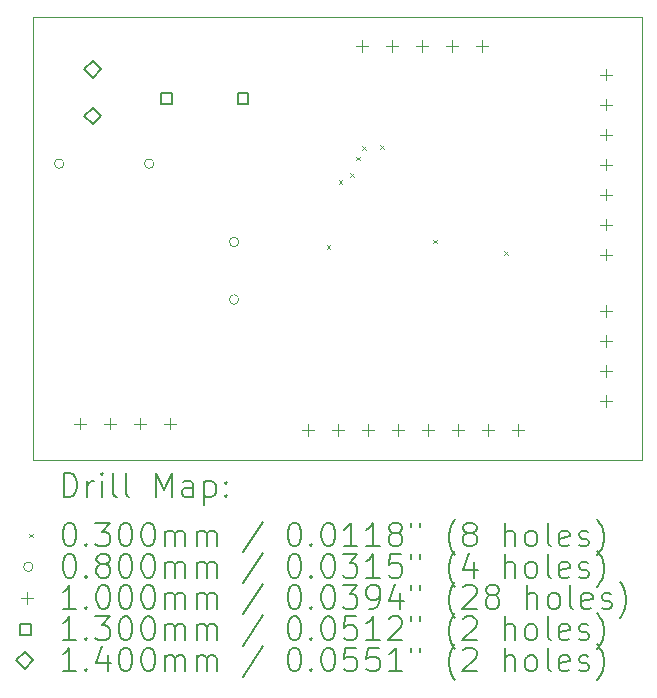
<source format=gbr>
%TF.GenerationSoftware,KiCad,Pcbnew,8.0.8-8.0.8-0~ubuntu24.04.1*%
%TF.CreationDate,2025-08-03T14:08:21+02:00*%
%TF.ProjectId,atmega328,61746d65-6761-4333-9238-2e6b69636164,rev?*%
%TF.SameCoordinates,Original*%
%TF.FileFunction,Drillmap*%
%TF.FilePolarity,Positive*%
%FSLAX45Y45*%
G04 Gerber Fmt 4.5, Leading zero omitted, Abs format (unit mm)*
G04 Created by KiCad (PCBNEW 8.0.8-8.0.8-0~ubuntu24.04.1) date 2025-08-03 14:08:21*
%MOMM*%
%LPD*%
G01*
G04 APERTURE LIST*
%ADD10C,0.050000*%
%ADD11C,0.200000*%
%ADD12C,0.100000*%
%ADD13C,0.130000*%
%ADD14C,0.140000*%
G04 APERTURE END LIST*
D10*
X12950000Y-5550000D02*
X18100000Y-5550000D01*
X18100000Y-9300000D01*
X12950000Y-9300000D01*
X12950000Y-5550000D01*
D11*
D12*
X15435000Y-7485000D02*
X15465000Y-7515000D01*
X15465000Y-7485000D02*
X15435000Y-7515000D01*
X15535000Y-6935000D02*
X15565000Y-6965000D01*
X15565000Y-6935000D02*
X15535000Y-6965000D01*
X15635000Y-6875000D02*
X15665000Y-6905000D01*
X15665000Y-6875000D02*
X15635000Y-6905000D01*
X15685000Y-6735000D02*
X15715000Y-6765000D01*
X15715000Y-6735000D02*
X15685000Y-6765000D01*
X15735000Y-6647500D02*
X15765000Y-6677500D01*
X15765000Y-6647500D02*
X15735000Y-6677500D01*
X15885000Y-6635000D02*
X15915000Y-6665000D01*
X15915000Y-6635000D02*
X15885000Y-6665000D01*
X16335000Y-7435000D02*
X16365000Y-7465000D01*
X16365000Y-7435000D02*
X16335000Y-7465000D01*
X16935000Y-7535000D02*
X16965000Y-7565000D01*
X16965000Y-7535000D02*
X16935000Y-7565000D01*
X13209000Y-6793000D02*
G75*
G02*
X13129000Y-6793000I-40000J0D01*
G01*
X13129000Y-6793000D02*
G75*
G02*
X13209000Y-6793000I40000J0D01*
G01*
X13971000Y-6793000D02*
G75*
G02*
X13891000Y-6793000I-40000J0D01*
G01*
X13891000Y-6793000D02*
G75*
G02*
X13971000Y-6793000I40000J0D01*
G01*
X14690000Y-7455000D02*
G75*
G02*
X14610000Y-7455000I-40000J0D01*
G01*
X14610000Y-7455000D02*
G75*
G02*
X14690000Y-7455000I40000J0D01*
G01*
X14690000Y-7943000D02*
G75*
G02*
X14610000Y-7943000I-40000J0D01*
G01*
X14610000Y-7943000D02*
G75*
G02*
X14690000Y-7943000I40000J0D01*
G01*
X13342000Y-8943000D02*
X13342000Y-9043000D01*
X13292000Y-8993000D02*
X13392000Y-8993000D01*
X13596000Y-8943000D02*
X13596000Y-9043000D01*
X13546000Y-8993000D02*
X13646000Y-8993000D01*
X13850000Y-8943000D02*
X13850000Y-9043000D01*
X13800000Y-8993000D02*
X13900000Y-8993000D01*
X14104000Y-8943000D02*
X14104000Y-9043000D01*
X14054000Y-8993000D02*
X14154000Y-8993000D01*
X15276000Y-9000000D02*
X15276000Y-9100000D01*
X15226000Y-9050000D02*
X15326000Y-9050000D01*
X15530000Y-9000000D02*
X15530000Y-9100000D01*
X15480000Y-9050000D02*
X15580000Y-9050000D01*
X15734000Y-5750000D02*
X15734000Y-5850000D01*
X15684000Y-5800000D02*
X15784000Y-5800000D01*
X15784000Y-9000000D02*
X15784000Y-9100000D01*
X15734000Y-9050000D02*
X15834000Y-9050000D01*
X15988000Y-5750000D02*
X15988000Y-5850000D01*
X15938000Y-5800000D02*
X16038000Y-5800000D01*
X16038000Y-9000000D02*
X16038000Y-9100000D01*
X15988000Y-9050000D02*
X16088000Y-9050000D01*
X16242000Y-5750000D02*
X16242000Y-5850000D01*
X16192000Y-5800000D02*
X16292000Y-5800000D01*
X16292000Y-9000000D02*
X16292000Y-9100000D01*
X16242000Y-9050000D02*
X16342000Y-9050000D01*
X16496000Y-5750000D02*
X16496000Y-5850000D01*
X16446000Y-5800000D02*
X16546000Y-5800000D01*
X16546000Y-9000000D02*
X16546000Y-9100000D01*
X16496000Y-9050000D02*
X16596000Y-9050000D01*
X16750000Y-5750000D02*
X16750000Y-5850000D01*
X16700000Y-5800000D02*
X16800000Y-5800000D01*
X16800000Y-9000000D02*
X16800000Y-9100000D01*
X16750000Y-9050000D02*
X16850000Y-9050000D01*
X17054000Y-9000000D02*
X17054000Y-9100000D01*
X17004000Y-9050000D02*
X17104000Y-9050000D01*
X17800000Y-5988000D02*
X17800000Y-6088000D01*
X17750000Y-6038000D02*
X17850000Y-6038000D01*
X17800000Y-6242000D02*
X17800000Y-6342000D01*
X17750000Y-6292000D02*
X17850000Y-6292000D01*
X17800000Y-6496000D02*
X17800000Y-6596000D01*
X17750000Y-6546000D02*
X17850000Y-6546000D01*
X17800000Y-6750000D02*
X17800000Y-6850000D01*
X17750000Y-6800000D02*
X17850000Y-6800000D01*
X17800000Y-7004000D02*
X17800000Y-7104000D01*
X17750000Y-7054000D02*
X17850000Y-7054000D01*
X17800000Y-7258000D02*
X17800000Y-7358000D01*
X17750000Y-7308000D02*
X17850000Y-7308000D01*
X17800000Y-7512000D02*
X17800000Y-7612000D01*
X17750000Y-7562000D02*
X17850000Y-7562000D01*
X17800000Y-7988000D02*
X17800000Y-8088000D01*
X17750000Y-8038000D02*
X17850000Y-8038000D01*
X17800000Y-8242000D02*
X17800000Y-8342000D01*
X17750000Y-8292000D02*
X17850000Y-8292000D01*
X17800000Y-8496000D02*
X17800000Y-8596000D01*
X17750000Y-8546000D02*
X17850000Y-8546000D01*
X17800000Y-8750000D02*
X17800000Y-8850000D01*
X17750000Y-8800000D02*
X17850000Y-8800000D01*
D13*
X14120962Y-6288962D02*
X14120962Y-6197038D01*
X14029038Y-6197038D01*
X14029038Y-6288962D01*
X14120962Y-6288962D01*
X14770962Y-6288962D02*
X14770962Y-6197038D01*
X14679038Y-6197038D01*
X14679038Y-6288962D01*
X14770962Y-6288962D01*
D14*
X13451750Y-6065000D02*
X13521750Y-5995000D01*
X13451750Y-5925000D01*
X13381750Y-5995000D01*
X13451750Y-6065000D01*
X13451750Y-6461000D02*
X13521750Y-6391000D01*
X13451750Y-6321000D01*
X13381750Y-6391000D01*
X13451750Y-6461000D01*
D11*
X13208277Y-9613984D02*
X13208277Y-9413984D01*
X13208277Y-9413984D02*
X13255896Y-9413984D01*
X13255896Y-9413984D02*
X13284467Y-9423508D01*
X13284467Y-9423508D02*
X13303515Y-9442555D01*
X13303515Y-9442555D02*
X13313039Y-9461603D01*
X13313039Y-9461603D02*
X13322562Y-9499698D01*
X13322562Y-9499698D02*
X13322562Y-9528270D01*
X13322562Y-9528270D02*
X13313039Y-9566365D01*
X13313039Y-9566365D02*
X13303515Y-9585412D01*
X13303515Y-9585412D02*
X13284467Y-9604460D01*
X13284467Y-9604460D02*
X13255896Y-9613984D01*
X13255896Y-9613984D02*
X13208277Y-9613984D01*
X13408277Y-9613984D02*
X13408277Y-9480650D01*
X13408277Y-9518746D02*
X13417801Y-9499698D01*
X13417801Y-9499698D02*
X13427324Y-9490174D01*
X13427324Y-9490174D02*
X13446372Y-9480650D01*
X13446372Y-9480650D02*
X13465420Y-9480650D01*
X13532086Y-9613984D02*
X13532086Y-9480650D01*
X13532086Y-9413984D02*
X13522562Y-9423508D01*
X13522562Y-9423508D02*
X13532086Y-9433031D01*
X13532086Y-9433031D02*
X13541610Y-9423508D01*
X13541610Y-9423508D02*
X13532086Y-9413984D01*
X13532086Y-9413984D02*
X13532086Y-9433031D01*
X13655896Y-9613984D02*
X13636848Y-9604460D01*
X13636848Y-9604460D02*
X13627324Y-9585412D01*
X13627324Y-9585412D02*
X13627324Y-9413984D01*
X13760658Y-9613984D02*
X13741610Y-9604460D01*
X13741610Y-9604460D02*
X13732086Y-9585412D01*
X13732086Y-9585412D02*
X13732086Y-9413984D01*
X13989229Y-9613984D02*
X13989229Y-9413984D01*
X13989229Y-9413984D02*
X14055896Y-9556841D01*
X14055896Y-9556841D02*
X14122562Y-9413984D01*
X14122562Y-9413984D02*
X14122562Y-9613984D01*
X14303515Y-9613984D02*
X14303515Y-9509222D01*
X14303515Y-9509222D02*
X14293991Y-9490174D01*
X14293991Y-9490174D02*
X14274943Y-9480650D01*
X14274943Y-9480650D02*
X14236848Y-9480650D01*
X14236848Y-9480650D02*
X14217801Y-9490174D01*
X14303515Y-9604460D02*
X14284467Y-9613984D01*
X14284467Y-9613984D02*
X14236848Y-9613984D01*
X14236848Y-9613984D02*
X14217801Y-9604460D01*
X14217801Y-9604460D02*
X14208277Y-9585412D01*
X14208277Y-9585412D02*
X14208277Y-9566365D01*
X14208277Y-9566365D02*
X14217801Y-9547317D01*
X14217801Y-9547317D02*
X14236848Y-9537793D01*
X14236848Y-9537793D02*
X14284467Y-9537793D01*
X14284467Y-9537793D02*
X14303515Y-9528270D01*
X14398753Y-9480650D02*
X14398753Y-9680650D01*
X14398753Y-9490174D02*
X14417801Y-9480650D01*
X14417801Y-9480650D02*
X14455896Y-9480650D01*
X14455896Y-9480650D02*
X14474943Y-9490174D01*
X14474943Y-9490174D02*
X14484467Y-9499698D01*
X14484467Y-9499698D02*
X14493991Y-9518746D01*
X14493991Y-9518746D02*
X14493991Y-9575889D01*
X14493991Y-9575889D02*
X14484467Y-9594936D01*
X14484467Y-9594936D02*
X14474943Y-9604460D01*
X14474943Y-9604460D02*
X14455896Y-9613984D01*
X14455896Y-9613984D02*
X14417801Y-9613984D01*
X14417801Y-9613984D02*
X14398753Y-9604460D01*
X14579705Y-9594936D02*
X14589229Y-9604460D01*
X14589229Y-9604460D02*
X14579705Y-9613984D01*
X14579705Y-9613984D02*
X14570182Y-9604460D01*
X14570182Y-9604460D02*
X14579705Y-9594936D01*
X14579705Y-9594936D02*
X14579705Y-9613984D01*
X14579705Y-9490174D02*
X14589229Y-9499698D01*
X14589229Y-9499698D02*
X14579705Y-9509222D01*
X14579705Y-9509222D02*
X14570182Y-9499698D01*
X14570182Y-9499698D02*
X14579705Y-9490174D01*
X14579705Y-9490174D02*
X14579705Y-9509222D01*
D12*
X12917500Y-9927500D02*
X12947500Y-9957500D01*
X12947500Y-9927500D02*
X12917500Y-9957500D01*
D11*
X13246372Y-9833984D02*
X13265420Y-9833984D01*
X13265420Y-9833984D02*
X13284467Y-9843508D01*
X13284467Y-9843508D02*
X13293991Y-9853031D01*
X13293991Y-9853031D02*
X13303515Y-9872079D01*
X13303515Y-9872079D02*
X13313039Y-9910174D01*
X13313039Y-9910174D02*
X13313039Y-9957793D01*
X13313039Y-9957793D02*
X13303515Y-9995889D01*
X13303515Y-9995889D02*
X13293991Y-10014936D01*
X13293991Y-10014936D02*
X13284467Y-10024460D01*
X13284467Y-10024460D02*
X13265420Y-10033984D01*
X13265420Y-10033984D02*
X13246372Y-10033984D01*
X13246372Y-10033984D02*
X13227324Y-10024460D01*
X13227324Y-10024460D02*
X13217801Y-10014936D01*
X13217801Y-10014936D02*
X13208277Y-9995889D01*
X13208277Y-9995889D02*
X13198753Y-9957793D01*
X13198753Y-9957793D02*
X13198753Y-9910174D01*
X13198753Y-9910174D02*
X13208277Y-9872079D01*
X13208277Y-9872079D02*
X13217801Y-9853031D01*
X13217801Y-9853031D02*
X13227324Y-9843508D01*
X13227324Y-9843508D02*
X13246372Y-9833984D01*
X13398753Y-10014936D02*
X13408277Y-10024460D01*
X13408277Y-10024460D02*
X13398753Y-10033984D01*
X13398753Y-10033984D02*
X13389229Y-10024460D01*
X13389229Y-10024460D02*
X13398753Y-10014936D01*
X13398753Y-10014936D02*
X13398753Y-10033984D01*
X13474943Y-9833984D02*
X13598753Y-9833984D01*
X13598753Y-9833984D02*
X13532086Y-9910174D01*
X13532086Y-9910174D02*
X13560658Y-9910174D01*
X13560658Y-9910174D02*
X13579705Y-9919698D01*
X13579705Y-9919698D02*
X13589229Y-9929222D01*
X13589229Y-9929222D02*
X13598753Y-9948270D01*
X13598753Y-9948270D02*
X13598753Y-9995889D01*
X13598753Y-9995889D02*
X13589229Y-10014936D01*
X13589229Y-10014936D02*
X13579705Y-10024460D01*
X13579705Y-10024460D02*
X13560658Y-10033984D01*
X13560658Y-10033984D02*
X13503515Y-10033984D01*
X13503515Y-10033984D02*
X13484467Y-10024460D01*
X13484467Y-10024460D02*
X13474943Y-10014936D01*
X13722562Y-9833984D02*
X13741610Y-9833984D01*
X13741610Y-9833984D02*
X13760658Y-9843508D01*
X13760658Y-9843508D02*
X13770182Y-9853031D01*
X13770182Y-9853031D02*
X13779705Y-9872079D01*
X13779705Y-9872079D02*
X13789229Y-9910174D01*
X13789229Y-9910174D02*
X13789229Y-9957793D01*
X13789229Y-9957793D02*
X13779705Y-9995889D01*
X13779705Y-9995889D02*
X13770182Y-10014936D01*
X13770182Y-10014936D02*
X13760658Y-10024460D01*
X13760658Y-10024460D02*
X13741610Y-10033984D01*
X13741610Y-10033984D02*
X13722562Y-10033984D01*
X13722562Y-10033984D02*
X13703515Y-10024460D01*
X13703515Y-10024460D02*
X13693991Y-10014936D01*
X13693991Y-10014936D02*
X13684467Y-9995889D01*
X13684467Y-9995889D02*
X13674943Y-9957793D01*
X13674943Y-9957793D02*
X13674943Y-9910174D01*
X13674943Y-9910174D02*
X13684467Y-9872079D01*
X13684467Y-9872079D02*
X13693991Y-9853031D01*
X13693991Y-9853031D02*
X13703515Y-9843508D01*
X13703515Y-9843508D02*
X13722562Y-9833984D01*
X13913039Y-9833984D02*
X13932086Y-9833984D01*
X13932086Y-9833984D02*
X13951134Y-9843508D01*
X13951134Y-9843508D02*
X13960658Y-9853031D01*
X13960658Y-9853031D02*
X13970182Y-9872079D01*
X13970182Y-9872079D02*
X13979705Y-9910174D01*
X13979705Y-9910174D02*
X13979705Y-9957793D01*
X13979705Y-9957793D02*
X13970182Y-9995889D01*
X13970182Y-9995889D02*
X13960658Y-10014936D01*
X13960658Y-10014936D02*
X13951134Y-10024460D01*
X13951134Y-10024460D02*
X13932086Y-10033984D01*
X13932086Y-10033984D02*
X13913039Y-10033984D01*
X13913039Y-10033984D02*
X13893991Y-10024460D01*
X13893991Y-10024460D02*
X13884467Y-10014936D01*
X13884467Y-10014936D02*
X13874943Y-9995889D01*
X13874943Y-9995889D02*
X13865420Y-9957793D01*
X13865420Y-9957793D02*
X13865420Y-9910174D01*
X13865420Y-9910174D02*
X13874943Y-9872079D01*
X13874943Y-9872079D02*
X13884467Y-9853031D01*
X13884467Y-9853031D02*
X13893991Y-9843508D01*
X13893991Y-9843508D02*
X13913039Y-9833984D01*
X14065420Y-10033984D02*
X14065420Y-9900650D01*
X14065420Y-9919698D02*
X14074943Y-9910174D01*
X14074943Y-9910174D02*
X14093991Y-9900650D01*
X14093991Y-9900650D02*
X14122563Y-9900650D01*
X14122563Y-9900650D02*
X14141610Y-9910174D01*
X14141610Y-9910174D02*
X14151134Y-9929222D01*
X14151134Y-9929222D02*
X14151134Y-10033984D01*
X14151134Y-9929222D02*
X14160658Y-9910174D01*
X14160658Y-9910174D02*
X14179705Y-9900650D01*
X14179705Y-9900650D02*
X14208277Y-9900650D01*
X14208277Y-9900650D02*
X14227324Y-9910174D01*
X14227324Y-9910174D02*
X14236848Y-9929222D01*
X14236848Y-9929222D02*
X14236848Y-10033984D01*
X14332086Y-10033984D02*
X14332086Y-9900650D01*
X14332086Y-9919698D02*
X14341610Y-9910174D01*
X14341610Y-9910174D02*
X14360658Y-9900650D01*
X14360658Y-9900650D02*
X14389229Y-9900650D01*
X14389229Y-9900650D02*
X14408277Y-9910174D01*
X14408277Y-9910174D02*
X14417801Y-9929222D01*
X14417801Y-9929222D02*
X14417801Y-10033984D01*
X14417801Y-9929222D02*
X14427324Y-9910174D01*
X14427324Y-9910174D02*
X14446372Y-9900650D01*
X14446372Y-9900650D02*
X14474943Y-9900650D01*
X14474943Y-9900650D02*
X14493991Y-9910174D01*
X14493991Y-9910174D02*
X14503515Y-9929222D01*
X14503515Y-9929222D02*
X14503515Y-10033984D01*
X14893991Y-9824460D02*
X14722563Y-10081603D01*
X15151134Y-9833984D02*
X15170182Y-9833984D01*
X15170182Y-9833984D02*
X15189229Y-9843508D01*
X15189229Y-9843508D02*
X15198753Y-9853031D01*
X15198753Y-9853031D02*
X15208277Y-9872079D01*
X15208277Y-9872079D02*
X15217801Y-9910174D01*
X15217801Y-9910174D02*
X15217801Y-9957793D01*
X15217801Y-9957793D02*
X15208277Y-9995889D01*
X15208277Y-9995889D02*
X15198753Y-10014936D01*
X15198753Y-10014936D02*
X15189229Y-10024460D01*
X15189229Y-10024460D02*
X15170182Y-10033984D01*
X15170182Y-10033984D02*
X15151134Y-10033984D01*
X15151134Y-10033984D02*
X15132086Y-10024460D01*
X15132086Y-10024460D02*
X15122563Y-10014936D01*
X15122563Y-10014936D02*
X15113039Y-9995889D01*
X15113039Y-9995889D02*
X15103515Y-9957793D01*
X15103515Y-9957793D02*
X15103515Y-9910174D01*
X15103515Y-9910174D02*
X15113039Y-9872079D01*
X15113039Y-9872079D02*
X15122563Y-9853031D01*
X15122563Y-9853031D02*
X15132086Y-9843508D01*
X15132086Y-9843508D02*
X15151134Y-9833984D01*
X15303515Y-10014936D02*
X15313039Y-10024460D01*
X15313039Y-10024460D02*
X15303515Y-10033984D01*
X15303515Y-10033984D02*
X15293991Y-10024460D01*
X15293991Y-10024460D02*
X15303515Y-10014936D01*
X15303515Y-10014936D02*
X15303515Y-10033984D01*
X15436848Y-9833984D02*
X15455896Y-9833984D01*
X15455896Y-9833984D02*
X15474944Y-9843508D01*
X15474944Y-9843508D02*
X15484467Y-9853031D01*
X15484467Y-9853031D02*
X15493991Y-9872079D01*
X15493991Y-9872079D02*
X15503515Y-9910174D01*
X15503515Y-9910174D02*
X15503515Y-9957793D01*
X15503515Y-9957793D02*
X15493991Y-9995889D01*
X15493991Y-9995889D02*
X15484467Y-10014936D01*
X15484467Y-10014936D02*
X15474944Y-10024460D01*
X15474944Y-10024460D02*
X15455896Y-10033984D01*
X15455896Y-10033984D02*
X15436848Y-10033984D01*
X15436848Y-10033984D02*
X15417801Y-10024460D01*
X15417801Y-10024460D02*
X15408277Y-10014936D01*
X15408277Y-10014936D02*
X15398753Y-9995889D01*
X15398753Y-9995889D02*
X15389229Y-9957793D01*
X15389229Y-9957793D02*
X15389229Y-9910174D01*
X15389229Y-9910174D02*
X15398753Y-9872079D01*
X15398753Y-9872079D02*
X15408277Y-9853031D01*
X15408277Y-9853031D02*
X15417801Y-9843508D01*
X15417801Y-9843508D02*
X15436848Y-9833984D01*
X15693991Y-10033984D02*
X15579706Y-10033984D01*
X15636848Y-10033984D02*
X15636848Y-9833984D01*
X15636848Y-9833984D02*
X15617801Y-9862555D01*
X15617801Y-9862555D02*
X15598753Y-9881603D01*
X15598753Y-9881603D02*
X15579706Y-9891127D01*
X15884467Y-10033984D02*
X15770182Y-10033984D01*
X15827325Y-10033984D02*
X15827325Y-9833984D01*
X15827325Y-9833984D02*
X15808277Y-9862555D01*
X15808277Y-9862555D02*
X15789229Y-9881603D01*
X15789229Y-9881603D02*
X15770182Y-9891127D01*
X15998753Y-9919698D02*
X15979706Y-9910174D01*
X15979706Y-9910174D02*
X15970182Y-9900650D01*
X15970182Y-9900650D02*
X15960658Y-9881603D01*
X15960658Y-9881603D02*
X15960658Y-9872079D01*
X15960658Y-9872079D02*
X15970182Y-9853031D01*
X15970182Y-9853031D02*
X15979706Y-9843508D01*
X15979706Y-9843508D02*
X15998753Y-9833984D01*
X15998753Y-9833984D02*
X16036848Y-9833984D01*
X16036848Y-9833984D02*
X16055896Y-9843508D01*
X16055896Y-9843508D02*
X16065420Y-9853031D01*
X16065420Y-9853031D02*
X16074944Y-9872079D01*
X16074944Y-9872079D02*
X16074944Y-9881603D01*
X16074944Y-9881603D02*
X16065420Y-9900650D01*
X16065420Y-9900650D02*
X16055896Y-9910174D01*
X16055896Y-9910174D02*
X16036848Y-9919698D01*
X16036848Y-9919698D02*
X15998753Y-9919698D01*
X15998753Y-9919698D02*
X15979706Y-9929222D01*
X15979706Y-9929222D02*
X15970182Y-9938746D01*
X15970182Y-9938746D02*
X15960658Y-9957793D01*
X15960658Y-9957793D02*
X15960658Y-9995889D01*
X15960658Y-9995889D02*
X15970182Y-10014936D01*
X15970182Y-10014936D02*
X15979706Y-10024460D01*
X15979706Y-10024460D02*
X15998753Y-10033984D01*
X15998753Y-10033984D02*
X16036848Y-10033984D01*
X16036848Y-10033984D02*
X16055896Y-10024460D01*
X16055896Y-10024460D02*
X16065420Y-10014936D01*
X16065420Y-10014936D02*
X16074944Y-9995889D01*
X16074944Y-9995889D02*
X16074944Y-9957793D01*
X16074944Y-9957793D02*
X16065420Y-9938746D01*
X16065420Y-9938746D02*
X16055896Y-9929222D01*
X16055896Y-9929222D02*
X16036848Y-9919698D01*
X16151134Y-9833984D02*
X16151134Y-9872079D01*
X16227325Y-9833984D02*
X16227325Y-9872079D01*
X16522563Y-10110174D02*
X16513039Y-10100650D01*
X16513039Y-10100650D02*
X16493991Y-10072079D01*
X16493991Y-10072079D02*
X16484468Y-10053031D01*
X16484468Y-10053031D02*
X16474944Y-10024460D01*
X16474944Y-10024460D02*
X16465420Y-9976841D01*
X16465420Y-9976841D02*
X16465420Y-9938746D01*
X16465420Y-9938746D02*
X16474944Y-9891127D01*
X16474944Y-9891127D02*
X16484468Y-9862555D01*
X16484468Y-9862555D02*
X16493991Y-9843508D01*
X16493991Y-9843508D02*
X16513039Y-9814936D01*
X16513039Y-9814936D02*
X16522563Y-9805412D01*
X16627325Y-9919698D02*
X16608277Y-9910174D01*
X16608277Y-9910174D02*
X16598753Y-9900650D01*
X16598753Y-9900650D02*
X16589229Y-9881603D01*
X16589229Y-9881603D02*
X16589229Y-9872079D01*
X16589229Y-9872079D02*
X16598753Y-9853031D01*
X16598753Y-9853031D02*
X16608277Y-9843508D01*
X16608277Y-9843508D02*
X16627325Y-9833984D01*
X16627325Y-9833984D02*
X16665420Y-9833984D01*
X16665420Y-9833984D02*
X16684468Y-9843508D01*
X16684468Y-9843508D02*
X16693991Y-9853031D01*
X16693991Y-9853031D02*
X16703515Y-9872079D01*
X16703515Y-9872079D02*
X16703515Y-9881603D01*
X16703515Y-9881603D02*
X16693991Y-9900650D01*
X16693991Y-9900650D02*
X16684468Y-9910174D01*
X16684468Y-9910174D02*
X16665420Y-9919698D01*
X16665420Y-9919698D02*
X16627325Y-9919698D01*
X16627325Y-9919698D02*
X16608277Y-9929222D01*
X16608277Y-9929222D02*
X16598753Y-9938746D01*
X16598753Y-9938746D02*
X16589229Y-9957793D01*
X16589229Y-9957793D02*
X16589229Y-9995889D01*
X16589229Y-9995889D02*
X16598753Y-10014936D01*
X16598753Y-10014936D02*
X16608277Y-10024460D01*
X16608277Y-10024460D02*
X16627325Y-10033984D01*
X16627325Y-10033984D02*
X16665420Y-10033984D01*
X16665420Y-10033984D02*
X16684468Y-10024460D01*
X16684468Y-10024460D02*
X16693991Y-10014936D01*
X16693991Y-10014936D02*
X16703515Y-9995889D01*
X16703515Y-9995889D02*
X16703515Y-9957793D01*
X16703515Y-9957793D02*
X16693991Y-9938746D01*
X16693991Y-9938746D02*
X16684468Y-9929222D01*
X16684468Y-9929222D02*
X16665420Y-9919698D01*
X16941611Y-10033984D02*
X16941611Y-9833984D01*
X17027325Y-10033984D02*
X17027325Y-9929222D01*
X17027325Y-9929222D02*
X17017801Y-9910174D01*
X17017801Y-9910174D02*
X16998753Y-9900650D01*
X16998753Y-9900650D02*
X16970182Y-9900650D01*
X16970182Y-9900650D02*
X16951134Y-9910174D01*
X16951134Y-9910174D02*
X16941611Y-9919698D01*
X17151134Y-10033984D02*
X17132087Y-10024460D01*
X17132087Y-10024460D02*
X17122563Y-10014936D01*
X17122563Y-10014936D02*
X17113039Y-9995889D01*
X17113039Y-9995889D02*
X17113039Y-9938746D01*
X17113039Y-9938746D02*
X17122563Y-9919698D01*
X17122563Y-9919698D02*
X17132087Y-9910174D01*
X17132087Y-9910174D02*
X17151134Y-9900650D01*
X17151134Y-9900650D02*
X17179706Y-9900650D01*
X17179706Y-9900650D02*
X17198753Y-9910174D01*
X17198753Y-9910174D02*
X17208277Y-9919698D01*
X17208277Y-9919698D02*
X17217801Y-9938746D01*
X17217801Y-9938746D02*
X17217801Y-9995889D01*
X17217801Y-9995889D02*
X17208277Y-10014936D01*
X17208277Y-10014936D02*
X17198753Y-10024460D01*
X17198753Y-10024460D02*
X17179706Y-10033984D01*
X17179706Y-10033984D02*
X17151134Y-10033984D01*
X17332087Y-10033984D02*
X17313039Y-10024460D01*
X17313039Y-10024460D02*
X17303515Y-10005412D01*
X17303515Y-10005412D02*
X17303515Y-9833984D01*
X17484468Y-10024460D02*
X17465420Y-10033984D01*
X17465420Y-10033984D02*
X17427325Y-10033984D01*
X17427325Y-10033984D02*
X17408277Y-10024460D01*
X17408277Y-10024460D02*
X17398753Y-10005412D01*
X17398753Y-10005412D02*
X17398753Y-9929222D01*
X17398753Y-9929222D02*
X17408277Y-9910174D01*
X17408277Y-9910174D02*
X17427325Y-9900650D01*
X17427325Y-9900650D02*
X17465420Y-9900650D01*
X17465420Y-9900650D02*
X17484468Y-9910174D01*
X17484468Y-9910174D02*
X17493992Y-9929222D01*
X17493992Y-9929222D02*
X17493992Y-9948270D01*
X17493992Y-9948270D02*
X17398753Y-9967317D01*
X17570182Y-10024460D02*
X17589230Y-10033984D01*
X17589230Y-10033984D02*
X17627325Y-10033984D01*
X17627325Y-10033984D02*
X17646373Y-10024460D01*
X17646373Y-10024460D02*
X17655896Y-10005412D01*
X17655896Y-10005412D02*
X17655896Y-9995889D01*
X17655896Y-9995889D02*
X17646373Y-9976841D01*
X17646373Y-9976841D02*
X17627325Y-9967317D01*
X17627325Y-9967317D02*
X17598753Y-9967317D01*
X17598753Y-9967317D02*
X17579706Y-9957793D01*
X17579706Y-9957793D02*
X17570182Y-9938746D01*
X17570182Y-9938746D02*
X17570182Y-9929222D01*
X17570182Y-9929222D02*
X17579706Y-9910174D01*
X17579706Y-9910174D02*
X17598753Y-9900650D01*
X17598753Y-9900650D02*
X17627325Y-9900650D01*
X17627325Y-9900650D02*
X17646373Y-9910174D01*
X17722563Y-10110174D02*
X17732087Y-10100650D01*
X17732087Y-10100650D02*
X17751134Y-10072079D01*
X17751134Y-10072079D02*
X17760658Y-10053031D01*
X17760658Y-10053031D02*
X17770182Y-10024460D01*
X17770182Y-10024460D02*
X17779706Y-9976841D01*
X17779706Y-9976841D02*
X17779706Y-9938746D01*
X17779706Y-9938746D02*
X17770182Y-9891127D01*
X17770182Y-9891127D02*
X17760658Y-9862555D01*
X17760658Y-9862555D02*
X17751134Y-9843508D01*
X17751134Y-9843508D02*
X17732087Y-9814936D01*
X17732087Y-9814936D02*
X17722563Y-9805412D01*
D12*
X12947500Y-10206500D02*
G75*
G02*
X12867500Y-10206500I-40000J0D01*
G01*
X12867500Y-10206500D02*
G75*
G02*
X12947500Y-10206500I40000J0D01*
G01*
D11*
X13246372Y-10097984D02*
X13265420Y-10097984D01*
X13265420Y-10097984D02*
X13284467Y-10107508D01*
X13284467Y-10107508D02*
X13293991Y-10117031D01*
X13293991Y-10117031D02*
X13303515Y-10136079D01*
X13303515Y-10136079D02*
X13313039Y-10174174D01*
X13313039Y-10174174D02*
X13313039Y-10221793D01*
X13313039Y-10221793D02*
X13303515Y-10259889D01*
X13303515Y-10259889D02*
X13293991Y-10278936D01*
X13293991Y-10278936D02*
X13284467Y-10288460D01*
X13284467Y-10288460D02*
X13265420Y-10297984D01*
X13265420Y-10297984D02*
X13246372Y-10297984D01*
X13246372Y-10297984D02*
X13227324Y-10288460D01*
X13227324Y-10288460D02*
X13217801Y-10278936D01*
X13217801Y-10278936D02*
X13208277Y-10259889D01*
X13208277Y-10259889D02*
X13198753Y-10221793D01*
X13198753Y-10221793D02*
X13198753Y-10174174D01*
X13198753Y-10174174D02*
X13208277Y-10136079D01*
X13208277Y-10136079D02*
X13217801Y-10117031D01*
X13217801Y-10117031D02*
X13227324Y-10107508D01*
X13227324Y-10107508D02*
X13246372Y-10097984D01*
X13398753Y-10278936D02*
X13408277Y-10288460D01*
X13408277Y-10288460D02*
X13398753Y-10297984D01*
X13398753Y-10297984D02*
X13389229Y-10288460D01*
X13389229Y-10288460D02*
X13398753Y-10278936D01*
X13398753Y-10278936D02*
X13398753Y-10297984D01*
X13522562Y-10183698D02*
X13503515Y-10174174D01*
X13503515Y-10174174D02*
X13493991Y-10164650D01*
X13493991Y-10164650D02*
X13484467Y-10145603D01*
X13484467Y-10145603D02*
X13484467Y-10136079D01*
X13484467Y-10136079D02*
X13493991Y-10117031D01*
X13493991Y-10117031D02*
X13503515Y-10107508D01*
X13503515Y-10107508D02*
X13522562Y-10097984D01*
X13522562Y-10097984D02*
X13560658Y-10097984D01*
X13560658Y-10097984D02*
X13579705Y-10107508D01*
X13579705Y-10107508D02*
X13589229Y-10117031D01*
X13589229Y-10117031D02*
X13598753Y-10136079D01*
X13598753Y-10136079D02*
X13598753Y-10145603D01*
X13598753Y-10145603D02*
X13589229Y-10164650D01*
X13589229Y-10164650D02*
X13579705Y-10174174D01*
X13579705Y-10174174D02*
X13560658Y-10183698D01*
X13560658Y-10183698D02*
X13522562Y-10183698D01*
X13522562Y-10183698D02*
X13503515Y-10193222D01*
X13503515Y-10193222D02*
X13493991Y-10202746D01*
X13493991Y-10202746D02*
X13484467Y-10221793D01*
X13484467Y-10221793D02*
X13484467Y-10259889D01*
X13484467Y-10259889D02*
X13493991Y-10278936D01*
X13493991Y-10278936D02*
X13503515Y-10288460D01*
X13503515Y-10288460D02*
X13522562Y-10297984D01*
X13522562Y-10297984D02*
X13560658Y-10297984D01*
X13560658Y-10297984D02*
X13579705Y-10288460D01*
X13579705Y-10288460D02*
X13589229Y-10278936D01*
X13589229Y-10278936D02*
X13598753Y-10259889D01*
X13598753Y-10259889D02*
X13598753Y-10221793D01*
X13598753Y-10221793D02*
X13589229Y-10202746D01*
X13589229Y-10202746D02*
X13579705Y-10193222D01*
X13579705Y-10193222D02*
X13560658Y-10183698D01*
X13722562Y-10097984D02*
X13741610Y-10097984D01*
X13741610Y-10097984D02*
X13760658Y-10107508D01*
X13760658Y-10107508D02*
X13770182Y-10117031D01*
X13770182Y-10117031D02*
X13779705Y-10136079D01*
X13779705Y-10136079D02*
X13789229Y-10174174D01*
X13789229Y-10174174D02*
X13789229Y-10221793D01*
X13789229Y-10221793D02*
X13779705Y-10259889D01*
X13779705Y-10259889D02*
X13770182Y-10278936D01*
X13770182Y-10278936D02*
X13760658Y-10288460D01*
X13760658Y-10288460D02*
X13741610Y-10297984D01*
X13741610Y-10297984D02*
X13722562Y-10297984D01*
X13722562Y-10297984D02*
X13703515Y-10288460D01*
X13703515Y-10288460D02*
X13693991Y-10278936D01*
X13693991Y-10278936D02*
X13684467Y-10259889D01*
X13684467Y-10259889D02*
X13674943Y-10221793D01*
X13674943Y-10221793D02*
X13674943Y-10174174D01*
X13674943Y-10174174D02*
X13684467Y-10136079D01*
X13684467Y-10136079D02*
X13693991Y-10117031D01*
X13693991Y-10117031D02*
X13703515Y-10107508D01*
X13703515Y-10107508D02*
X13722562Y-10097984D01*
X13913039Y-10097984D02*
X13932086Y-10097984D01*
X13932086Y-10097984D02*
X13951134Y-10107508D01*
X13951134Y-10107508D02*
X13960658Y-10117031D01*
X13960658Y-10117031D02*
X13970182Y-10136079D01*
X13970182Y-10136079D02*
X13979705Y-10174174D01*
X13979705Y-10174174D02*
X13979705Y-10221793D01*
X13979705Y-10221793D02*
X13970182Y-10259889D01*
X13970182Y-10259889D02*
X13960658Y-10278936D01*
X13960658Y-10278936D02*
X13951134Y-10288460D01*
X13951134Y-10288460D02*
X13932086Y-10297984D01*
X13932086Y-10297984D02*
X13913039Y-10297984D01*
X13913039Y-10297984D02*
X13893991Y-10288460D01*
X13893991Y-10288460D02*
X13884467Y-10278936D01*
X13884467Y-10278936D02*
X13874943Y-10259889D01*
X13874943Y-10259889D02*
X13865420Y-10221793D01*
X13865420Y-10221793D02*
X13865420Y-10174174D01*
X13865420Y-10174174D02*
X13874943Y-10136079D01*
X13874943Y-10136079D02*
X13884467Y-10117031D01*
X13884467Y-10117031D02*
X13893991Y-10107508D01*
X13893991Y-10107508D02*
X13913039Y-10097984D01*
X14065420Y-10297984D02*
X14065420Y-10164650D01*
X14065420Y-10183698D02*
X14074943Y-10174174D01*
X14074943Y-10174174D02*
X14093991Y-10164650D01*
X14093991Y-10164650D02*
X14122563Y-10164650D01*
X14122563Y-10164650D02*
X14141610Y-10174174D01*
X14141610Y-10174174D02*
X14151134Y-10193222D01*
X14151134Y-10193222D02*
X14151134Y-10297984D01*
X14151134Y-10193222D02*
X14160658Y-10174174D01*
X14160658Y-10174174D02*
X14179705Y-10164650D01*
X14179705Y-10164650D02*
X14208277Y-10164650D01*
X14208277Y-10164650D02*
X14227324Y-10174174D01*
X14227324Y-10174174D02*
X14236848Y-10193222D01*
X14236848Y-10193222D02*
X14236848Y-10297984D01*
X14332086Y-10297984D02*
X14332086Y-10164650D01*
X14332086Y-10183698D02*
X14341610Y-10174174D01*
X14341610Y-10174174D02*
X14360658Y-10164650D01*
X14360658Y-10164650D02*
X14389229Y-10164650D01*
X14389229Y-10164650D02*
X14408277Y-10174174D01*
X14408277Y-10174174D02*
X14417801Y-10193222D01*
X14417801Y-10193222D02*
X14417801Y-10297984D01*
X14417801Y-10193222D02*
X14427324Y-10174174D01*
X14427324Y-10174174D02*
X14446372Y-10164650D01*
X14446372Y-10164650D02*
X14474943Y-10164650D01*
X14474943Y-10164650D02*
X14493991Y-10174174D01*
X14493991Y-10174174D02*
X14503515Y-10193222D01*
X14503515Y-10193222D02*
X14503515Y-10297984D01*
X14893991Y-10088460D02*
X14722563Y-10345603D01*
X15151134Y-10097984D02*
X15170182Y-10097984D01*
X15170182Y-10097984D02*
X15189229Y-10107508D01*
X15189229Y-10107508D02*
X15198753Y-10117031D01*
X15198753Y-10117031D02*
X15208277Y-10136079D01*
X15208277Y-10136079D02*
X15217801Y-10174174D01*
X15217801Y-10174174D02*
X15217801Y-10221793D01*
X15217801Y-10221793D02*
X15208277Y-10259889D01*
X15208277Y-10259889D02*
X15198753Y-10278936D01*
X15198753Y-10278936D02*
X15189229Y-10288460D01*
X15189229Y-10288460D02*
X15170182Y-10297984D01*
X15170182Y-10297984D02*
X15151134Y-10297984D01*
X15151134Y-10297984D02*
X15132086Y-10288460D01*
X15132086Y-10288460D02*
X15122563Y-10278936D01*
X15122563Y-10278936D02*
X15113039Y-10259889D01*
X15113039Y-10259889D02*
X15103515Y-10221793D01*
X15103515Y-10221793D02*
X15103515Y-10174174D01*
X15103515Y-10174174D02*
X15113039Y-10136079D01*
X15113039Y-10136079D02*
X15122563Y-10117031D01*
X15122563Y-10117031D02*
X15132086Y-10107508D01*
X15132086Y-10107508D02*
X15151134Y-10097984D01*
X15303515Y-10278936D02*
X15313039Y-10288460D01*
X15313039Y-10288460D02*
X15303515Y-10297984D01*
X15303515Y-10297984D02*
X15293991Y-10288460D01*
X15293991Y-10288460D02*
X15303515Y-10278936D01*
X15303515Y-10278936D02*
X15303515Y-10297984D01*
X15436848Y-10097984D02*
X15455896Y-10097984D01*
X15455896Y-10097984D02*
X15474944Y-10107508D01*
X15474944Y-10107508D02*
X15484467Y-10117031D01*
X15484467Y-10117031D02*
X15493991Y-10136079D01*
X15493991Y-10136079D02*
X15503515Y-10174174D01*
X15503515Y-10174174D02*
X15503515Y-10221793D01*
X15503515Y-10221793D02*
X15493991Y-10259889D01*
X15493991Y-10259889D02*
X15484467Y-10278936D01*
X15484467Y-10278936D02*
X15474944Y-10288460D01*
X15474944Y-10288460D02*
X15455896Y-10297984D01*
X15455896Y-10297984D02*
X15436848Y-10297984D01*
X15436848Y-10297984D02*
X15417801Y-10288460D01*
X15417801Y-10288460D02*
X15408277Y-10278936D01*
X15408277Y-10278936D02*
X15398753Y-10259889D01*
X15398753Y-10259889D02*
X15389229Y-10221793D01*
X15389229Y-10221793D02*
X15389229Y-10174174D01*
X15389229Y-10174174D02*
X15398753Y-10136079D01*
X15398753Y-10136079D02*
X15408277Y-10117031D01*
X15408277Y-10117031D02*
X15417801Y-10107508D01*
X15417801Y-10107508D02*
X15436848Y-10097984D01*
X15570182Y-10097984D02*
X15693991Y-10097984D01*
X15693991Y-10097984D02*
X15627325Y-10174174D01*
X15627325Y-10174174D02*
X15655896Y-10174174D01*
X15655896Y-10174174D02*
X15674944Y-10183698D01*
X15674944Y-10183698D02*
X15684467Y-10193222D01*
X15684467Y-10193222D02*
X15693991Y-10212270D01*
X15693991Y-10212270D02*
X15693991Y-10259889D01*
X15693991Y-10259889D02*
X15684467Y-10278936D01*
X15684467Y-10278936D02*
X15674944Y-10288460D01*
X15674944Y-10288460D02*
X15655896Y-10297984D01*
X15655896Y-10297984D02*
X15598753Y-10297984D01*
X15598753Y-10297984D02*
X15579706Y-10288460D01*
X15579706Y-10288460D02*
X15570182Y-10278936D01*
X15884467Y-10297984D02*
X15770182Y-10297984D01*
X15827325Y-10297984D02*
X15827325Y-10097984D01*
X15827325Y-10097984D02*
X15808277Y-10126555D01*
X15808277Y-10126555D02*
X15789229Y-10145603D01*
X15789229Y-10145603D02*
X15770182Y-10155127D01*
X16065420Y-10097984D02*
X15970182Y-10097984D01*
X15970182Y-10097984D02*
X15960658Y-10193222D01*
X15960658Y-10193222D02*
X15970182Y-10183698D01*
X15970182Y-10183698D02*
X15989229Y-10174174D01*
X15989229Y-10174174D02*
X16036848Y-10174174D01*
X16036848Y-10174174D02*
X16055896Y-10183698D01*
X16055896Y-10183698D02*
X16065420Y-10193222D01*
X16065420Y-10193222D02*
X16074944Y-10212270D01*
X16074944Y-10212270D02*
X16074944Y-10259889D01*
X16074944Y-10259889D02*
X16065420Y-10278936D01*
X16065420Y-10278936D02*
X16055896Y-10288460D01*
X16055896Y-10288460D02*
X16036848Y-10297984D01*
X16036848Y-10297984D02*
X15989229Y-10297984D01*
X15989229Y-10297984D02*
X15970182Y-10288460D01*
X15970182Y-10288460D02*
X15960658Y-10278936D01*
X16151134Y-10097984D02*
X16151134Y-10136079D01*
X16227325Y-10097984D02*
X16227325Y-10136079D01*
X16522563Y-10374174D02*
X16513039Y-10364650D01*
X16513039Y-10364650D02*
X16493991Y-10336079D01*
X16493991Y-10336079D02*
X16484468Y-10317031D01*
X16484468Y-10317031D02*
X16474944Y-10288460D01*
X16474944Y-10288460D02*
X16465420Y-10240841D01*
X16465420Y-10240841D02*
X16465420Y-10202746D01*
X16465420Y-10202746D02*
X16474944Y-10155127D01*
X16474944Y-10155127D02*
X16484468Y-10126555D01*
X16484468Y-10126555D02*
X16493991Y-10107508D01*
X16493991Y-10107508D02*
X16513039Y-10078936D01*
X16513039Y-10078936D02*
X16522563Y-10069412D01*
X16684468Y-10164650D02*
X16684468Y-10297984D01*
X16636848Y-10088460D02*
X16589229Y-10231317D01*
X16589229Y-10231317D02*
X16713039Y-10231317D01*
X16941611Y-10297984D02*
X16941611Y-10097984D01*
X17027325Y-10297984D02*
X17027325Y-10193222D01*
X17027325Y-10193222D02*
X17017801Y-10174174D01*
X17017801Y-10174174D02*
X16998753Y-10164650D01*
X16998753Y-10164650D02*
X16970182Y-10164650D01*
X16970182Y-10164650D02*
X16951134Y-10174174D01*
X16951134Y-10174174D02*
X16941611Y-10183698D01*
X17151134Y-10297984D02*
X17132087Y-10288460D01*
X17132087Y-10288460D02*
X17122563Y-10278936D01*
X17122563Y-10278936D02*
X17113039Y-10259889D01*
X17113039Y-10259889D02*
X17113039Y-10202746D01*
X17113039Y-10202746D02*
X17122563Y-10183698D01*
X17122563Y-10183698D02*
X17132087Y-10174174D01*
X17132087Y-10174174D02*
X17151134Y-10164650D01*
X17151134Y-10164650D02*
X17179706Y-10164650D01*
X17179706Y-10164650D02*
X17198753Y-10174174D01*
X17198753Y-10174174D02*
X17208277Y-10183698D01*
X17208277Y-10183698D02*
X17217801Y-10202746D01*
X17217801Y-10202746D02*
X17217801Y-10259889D01*
X17217801Y-10259889D02*
X17208277Y-10278936D01*
X17208277Y-10278936D02*
X17198753Y-10288460D01*
X17198753Y-10288460D02*
X17179706Y-10297984D01*
X17179706Y-10297984D02*
X17151134Y-10297984D01*
X17332087Y-10297984D02*
X17313039Y-10288460D01*
X17313039Y-10288460D02*
X17303515Y-10269412D01*
X17303515Y-10269412D02*
X17303515Y-10097984D01*
X17484468Y-10288460D02*
X17465420Y-10297984D01*
X17465420Y-10297984D02*
X17427325Y-10297984D01*
X17427325Y-10297984D02*
X17408277Y-10288460D01*
X17408277Y-10288460D02*
X17398753Y-10269412D01*
X17398753Y-10269412D02*
X17398753Y-10193222D01*
X17398753Y-10193222D02*
X17408277Y-10174174D01*
X17408277Y-10174174D02*
X17427325Y-10164650D01*
X17427325Y-10164650D02*
X17465420Y-10164650D01*
X17465420Y-10164650D02*
X17484468Y-10174174D01*
X17484468Y-10174174D02*
X17493992Y-10193222D01*
X17493992Y-10193222D02*
X17493992Y-10212270D01*
X17493992Y-10212270D02*
X17398753Y-10231317D01*
X17570182Y-10288460D02*
X17589230Y-10297984D01*
X17589230Y-10297984D02*
X17627325Y-10297984D01*
X17627325Y-10297984D02*
X17646373Y-10288460D01*
X17646373Y-10288460D02*
X17655896Y-10269412D01*
X17655896Y-10269412D02*
X17655896Y-10259889D01*
X17655896Y-10259889D02*
X17646373Y-10240841D01*
X17646373Y-10240841D02*
X17627325Y-10231317D01*
X17627325Y-10231317D02*
X17598753Y-10231317D01*
X17598753Y-10231317D02*
X17579706Y-10221793D01*
X17579706Y-10221793D02*
X17570182Y-10202746D01*
X17570182Y-10202746D02*
X17570182Y-10193222D01*
X17570182Y-10193222D02*
X17579706Y-10174174D01*
X17579706Y-10174174D02*
X17598753Y-10164650D01*
X17598753Y-10164650D02*
X17627325Y-10164650D01*
X17627325Y-10164650D02*
X17646373Y-10174174D01*
X17722563Y-10374174D02*
X17732087Y-10364650D01*
X17732087Y-10364650D02*
X17751134Y-10336079D01*
X17751134Y-10336079D02*
X17760658Y-10317031D01*
X17760658Y-10317031D02*
X17770182Y-10288460D01*
X17770182Y-10288460D02*
X17779706Y-10240841D01*
X17779706Y-10240841D02*
X17779706Y-10202746D01*
X17779706Y-10202746D02*
X17770182Y-10155127D01*
X17770182Y-10155127D02*
X17760658Y-10126555D01*
X17760658Y-10126555D02*
X17751134Y-10107508D01*
X17751134Y-10107508D02*
X17732087Y-10078936D01*
X17732087Y-10078936D02*
X17722563Y-10069412D01*
D12*
X12897500Y-10420500D02*
X12897500Y-10520500D01*
X12847500Y-10470500D02*
X12947500Y-10470500D01*
D11*
X13313039Y-10561984D02*
X13198753Y-10561984D01*
X13255896Y-10561984D02*
X13255896Y-10361984D01*
X13255896Y-10361984D02*
X13236848Y-10390555D01*
X13236848Y-10390555D02*
X13217801Y-10409603D01*
X13217801Y-10409603D02*
X13198753Y-10419127D01*
X13398753Y-10542936D02*
X13408277Y-10552460D01*
X13408277Y-10552460D02*
X13398753Y-10561984D01*
X13398753Y-10561984D02*
X13389229Y-10552460D01*
X13389229Y-10552460D02*
X13398753Y-10542936D01*
X13398753Y-10542936D02*
X13398753Y-10561984D01*
X13532086Y-10361984D02*
X13551134Y-10361984D01*
X13551134Y-10361984D02*
X13570182Y-10371508D01*
X13570182Y-10371508D02*
X13579705Y-10381031D01*
X13579705Y-10381031D02*
X13589229Y-10400079D01*
X13589229Y-10400079D02*
X13598753Y-10438174D01*
X13598753Y-10438174D02*
X13598753Y-10485793D01*
X13598753Y-10485793D02*
X13589229Y-10523889D01*
X13589229Y-10523889D02*
X13579705Y-10542936D01*
X13579705Y-10542936D02*
X13570182Y-10552460D01*
X13570182Y-10552460D02*
X13551134Y-10561984D01*
X13551134Y-10561984D02*
X13532086Y-10561984D01*
X13532086Y-10561984D02*
X13513039Y-10552460D01*
X13513039Y-10552460D02*
X13503515Y-10542936D01*
X13503515Y-10542936D02*
X13493991Y-10523889D01*
X13493991Y-10523889D02*
X13484467Y-10485793D01*
X13484467Y-10485793D02*
X13484467Y-10438174D01*
X13484467Y-10438174D02*
X13493991Y-10400079D01*
X13493991Y-10400079D02*
X13503515Y-10381031D01*
X13503515Y-10381031D02*
X13513039Y-10371508D01*
X13513039Y-10371508D02*
X13532086Y-10361984D01*
X13722562Y-10361984D02*
X13741610Y-10361984D01*
X13741610Y-10361984D02*
X13760658Y-10371508D01*
X13760658Y-10371508D02*
X13770182Y-10381031D01*
X13770182Y-10381031D02*
X13779705Y-10400079D01*
X13779705Y-10400079D02*
X13789229Y-10438174D01*
X13789229Y-10438174D02*
X13789229Y-10485793D01*
X13789229Y-10485793D02*
X13779705Y-10523889D01*
X13779705Y-10523889D02*
X13770182Y-10542936D01*
X13770182Y-10542936D02*
X13760658Y-10552460D01*
X13760658Y-10552460D02*
X13741610Y-10561984D01*
X13741610Y-10561984D02*
X13722562Y-10561984D01*
X13722562Y-10561984D02*
X13703515Y-10552460D01*
X13703515Y-10552460D02*
X13693991Y-10542936D01*
X13693991Y-10542936D02*
X13684467Y-10523889D01*
X13684467Y-10523889D02*
X13674943Y-10485793D01*
X13674943Y-10485793D02*
X13674943Y-10438174D01*
X13674943Y-10438174D02*
X13684467Y-10400079D01*
X13684467Y-10400079D02*
X13693991Y-10381031D01*
X13693991Y-10381031D02*
X13703515Y-10371508D01*
X13703515Y-10371508D02*
X13722562Y-10361984D01*
X13913039Y-10361984D02*
X13932086Y-10361984D01*
X13932086Y-10361984D02*
X13951134Y-10371508D01*
X13951134Y-10371508D02*
X13960658Y-10381031D01*
X13960658Y-10381031D02*
X13970182Y-10400079D01*
X13970182Y-10400079D02*
X13979705Y-10438174D01*
X13979705Y-10438174D02*
X13979705Y-10485793D01*
X13979705Y-10485793D02*
X13970182Y-10523889D01*
X13970182Y-10523889D02*
X13960658Y-10542936D01*
X13960658Y-10542936D02*
X13951134Y-10552460D01*
X13951134Y-10552460D02*
X13932086Y-10561984D01*
X13932086Y-10561984D02*
X13913039Y-10561984D01*
X13913039Y-10561984D02*
X13893991Y-10552460D01*
X13893991Y-10552460D02*
X13884467Y-10542936D01*
X13884467Y-10542936D02*
X13874943Y-10523889D01*
X13874943Y-10523889D02*
X13865420Y-10485793D01*
X13865420Y-10485793D02*
X13865420Y-10438174D01*
X13865420Y-10438174D02*
X13874943Y-10400079D01*
X13874943Y-10400079D02*
X13884467Y-10381031D01*
X13884467Y-10381031D02*
X13893991Y-10371508D01*
X13893991Y-10371508D02*
X13913039Y-10361984D01*
X14065420Y-10561984D02*
X14065420Y-10428650D01*
X14065420Y-10447698D02*
X14074943Y-10438174D01*
X14074943Y-10438174D02*
X14093991Y-10428650D01*
X14093991Y-10428650D02*
X14122563Y-10428650D01*
X14122563Y-10428650D02*
X14141610Y-10438174D01*
X14141610Y-10438174D02*
X14151134Y-10457222D01*
X14151134Y-10457222D02*
X14151134Y-10561984D01*
X14151134Y-10457222D02*
X14160658Y-10438174D01*
X14160658Y-10438174D02*
X14179705Y-10428650D01*
X14179705Y-10428650D02*
X14208277Y-10428650D01*
X14208277Y-10428650D02*
X14227324Y-10438174D01*
X14227324Y-10438174D02*
X14236848Y-10457222D01*
X14236848Y-10457222D02*
X14236848Y-10561984D01*
X14332086Y-10561984D02*
X14332086Y-10428650D01*
X14332086Y-10447698D02*
X14341610Y-10438174D01*
X14341610Y-10438174D02*
X14360658Y-10428650D01*
X14360658Y-10428650D02*
X14389229Y-10428650D01*
X14389229Y-10428650D02*
X14408277Y-10438174D01*
X14408277Y-10438174D02*
X14417801Y-10457222D01*
X14417801Y-10457222D02*
X14417801Y-10561984D01*
X14417801Y-10457222D02*
X14427324Y-10438174D01*
X14427324Y-10438174D02*
X14446372Y-10428650D01*
X14446372Y-10428650D02*
X14474943Y-10428650D01*
X14474943Y-10428650D02*
X14493991Y-10438174D01*
X14493991Y-10438174D02*
X14503515Y-10457222D01*
X14503515Y-10457222D02*
X14503515Y-10561984D01*
X14893991Y-10352460D02*
X14722563Y-10609603D01*
X15151134Y-10361984D02*
X15170182Y-10361984D01*
X15170182Y-10361984D02*
X15189229Y-10371508D01*
X15189229Y-10371508D02*
X15198753Y-10381031D01*
X15198753Y-10381031D02*
X15208277Y-10400079D01*
X15208277Y-10400079D02*
X15217801Y-10438174D01*
X15217801Y-10438174D02*
X15217801Y-10485793D01*
X15217801Y-10485793D02*
X15208277Y-10523889D01*
X15208277Y-10523889D02*
X15198753Y-10542936D01*
X15198753Y-10542936D02*
X15189229Y-10552460D01*
X15189229Y-10552460D02*
X15170182Y-10561984D01*
X15170182Y-10561984D02*
X15151134Y-10561984D01*
X15151134Y-10561984D02*
X15132086Y-10552460D01*
X15132086Y-10552460D02*
X15122563Y-10542936D01*
X15122563Y-10542936D02*
X15113039Y-10523889D01*
X15113039Y-10523889D02*
X15103515Y-10485793D01*
X15103515Y-10485793D02*
X15103515Y-10438174D01*
X15103515Y-10438174D02*
X15113039Y-10400079D01*
X15113039Y-10400079D02*
X15122563Y-10381031D01*
X15122563Y-10381031D02*
X15132086Y-10371508D01*
X15132086Y-10371508D02*
X15151134Y-10361984D01*
X15303515Y-10542936D02*
X15313039Y-10552460D01*
X15313039Y-10552460D02*
X15303515Y-10561984D01*
X15303515Y-10561984D02*
X15293991Y-10552460D01*
X15293991Y-10552460D02*
X15303515Y-10542936D01*
X15303515Y-10542936D02*
X15303515Y-10561984D01*
X15436848Y-10361984D02*
X15455896Y-10361984D01*
X15455896Y-10361984D02*
X15474944Y-10371508D01*
X15474944Y-10371508D02*
X15484467Y-10381031D01*
X15484467Y-10381031D02*
X15493991Y-10400079D01*
X15493991Y-10400079D02*
X15503515Y-10438174D01*
X15503515Y-10438174D02*
X15503515Y-10485793D01*
X15503515Y-10485793D02*
X15493991Y-10523889D01*
X15493991Y-10523889D02*
X15484467Y-10542936D01*
X15484467Y-10542936D02*
X15474944Y-10552460D01*
X15474944Y-10552460D02*
X15455896Y-10561984D01*
X15455896Y-10561984D02*
X15436848Y-10561984D01*
X15436848Y-10561984D02*
X15417801Y-10552460D01*
X15417801Y-10552460D02*
X15408277Y-10542936D01*
X15408277Y-10542936D02*
X15398753Y-10523889D01*
X15398753Y-10523889D02*
X15389229Y-10485793D01*
X15389229Y-10485793D02*
X15389229Y-10438174D01*
X15389229Y-10438174D02*
X15398753Y-10400079D01*
X15398753Y-10400079D02*
X15408277Y-10381031D01*
X15408277Y-10381031D02*
X15417801Y-10371508D01*
X15417801Y-10371508D02*
X15436848Y-10361984D01*
X15570182Y-10361984D02*
X15693991Y-10361984D01*
X15693991Y-10361984D02*
X15627325Y-10438174D01*
X15627325Y-10438174D02*
X15655896Y-10438174D01*
X15655896Y-10438174D02*
X15674944Y-10447698D01*
X15674944Y-10447698D02*
X15684467Y-10457222D01*
X15684467Y-10457222D02*
X15693991Y-10476270D01*
X15693991Y-10476270D02*
X15693991Y-10523889D01*
X15693991Y-10523889D02*
X15684467Y-10542936D01*
X15684467Y-10542936D02*
X15674944Y-10552460D01*
X15674944Y-10552460D02*
X15655896Y-10561984D01*
X15655896Y-10561984D02*
X15598753Y-10561984D01*
X15598753Y-10561984D02*
X15579706Y-10552460D01*
X15579706Y-10552460D02*
X15570182Y-10542936D01*
X15789229Y-10561984D02*
X15827325Y-10561984D01*
X15827325Y-10561984D02*
X15846372Y-10552460D01*
X15846372Y-10552460D02*
X15855896Y-10542936D01*
X15855896Y-10542936D02*
X15874944Y-10514365D01*
X15874944Y-10514365D02*
X15884467Y-10476270D01*
X15884467Y-10476270D02*
X15884467Y-10400079D01*
X15884467Y-10400079D02*
X15874944Y-10381031D01*
X15874944Y-10381031D02*
X15865420Y-10371508D01*
X15865420Y-10371508D02*
X15846372Y-10361984D01*
X15846372Y-10361984D02*
X15808277Y-10361984D01*
X15808277Y-10361984D02*
X15789229Y-10371508D01*
X15789229Y-10371508D02*
X15779706Y-10381031D01*
X15779706Y-10381031D02*
X15770182Y-10400079D01*
X15770182Y-10400079D02*
X15770182Y-10447698D01*
X15770182Y-10447698D02*
X15779706Y-10466746D01*
X15779706Y-10466746D02*
X15789229Y-10476270D01*
X15789229Y-10476270D02*
X15808277Y-10485793D01*
X15808277Y-10485793D02*
X15846372Y-10485793D01*
X15846372Y-10485793D02*
X15865420Y-10476270D01*
X15865420Y-10476270D02*
X15874944Y-10466746D01*
X15874944Y-10466746D02*
X15884467Y-10447698D01*
X16055896Y-10428650D02*
X16055896Y-10561984D01*
X16008277Y-10352460D02*
X15960658Y-10495317D01*
X15960658Y-10495317D02*
X16084467Y-10495317D01*
X16151134Y-10361984D02*
X16151134Y-10400079D01*
X16227325Y-10361984D02*
X16227325Y-10400079D01*
X16522563Y-10638174D02*
X16513039Y-10628650D01*
X16513039Y-10628650D02*
X16493991Y-10600079D01*
X16493991Y-10600079D02*
X16484468Y-10581031D01*
X16484468Y-10581031D02*
X16474944Y-10552460D01*
X16474944Y-10552460D02*
X16465420Y-10504841D01*
X16465420Y-10504841D02*
X16465420Y-10466746D01*
X16465420Y-10466746D02*
X16474944Y-10419127D01*
X16474944Y-10419127D02*
X16484468Y-10390555D01*
X16484468Y-10390555D02*
X16493991Y-10371508D01*
X16493991Y-10371508D02*
X16513039Y-10342936D01*
X16513039Y-10342936D02*
X16522563Y-10333412D01*
X16589229Y-10381031D02*
X16598753Y-10371508D01*
X16598753Y-10371508D02*
X16617801Y-10361984D01*
X16617801Y-10361984D02*
X16665420Y-10361984D01*
X16665420Y-10361984D02*
X16684468Y-10371508D01*
X16684468Y-10371508D02*
X16693991Y-10381031D01*
X16693991Y-10381031D02*
X16703515Y-10400079D01*
X16703515Y-10400079D02*
X16703515Y-10419127D01*
X16703515Y-10419127D02*
X16693991Y-10447698D01*
X16693991Y-10447698D02*
X16579706Y-10561984D01*
X16579706Y-10561984D02*
X16703515Y-10561984D01*
X16817801Y-10447698D02*
X16798753Y-10438174D01*
X16798753Y-10438174D02*
X16789230Y-10428650D01*
X16789230Y-10428650D02*
X16779706Y-10409603D01*
X16779706Y-10409603D02*
X16779706Y-10400079D01*
X16779706Y-10400079D02*
X16789230Y-10381031D01*
X16789230Y-10381031D02*
X16798753Y-10371508D01*
X16798753Y-10371508D02*
X16817801Y-10361984D01*
X16817801Y-10361984D02*
X16855896Y-10361984D01*
X16855896Y-10361984D02*
X16874944Y-10371508D01*
X16874944Y-10371508D02*
X16884468Y-10381031D01*
X16884468Y-10381031D02*
X16893991Y-10400079D01*
X16893991Y-10400079D02*
X16893991Y-10409603D01*
X16893991Y-10409603D02*
X16884468Y-10428650D01*
X16884468Y-10428650D02*
X16874944Y-10438174D01*
X16874944Y-10438174D02*
X16855896Y-10447698D01*
X16855896Y-10447698D02*
X16817801Y-10447698D01*
X16817801Y-10447698D02*
X16798753Y-10457222D01*
X16798753Y-10457222D02*
X16789230Y-10466746D01*
X16789230Y-10466746D02*
X16779706Y-10485793D01*
X16779706Y-10485793D02*
X16779706Y-10523889D01*
X16779706Y-10523889D02*
X16789230Y-10542936D01*
X16789230Y-10542936D02*
X16798753Y-10552460D01*
X16798753Y-10552460D02*
X16817801Y-10561984D01*
X16817801Y-10561984D02*
X16855896Y-10561984D01*
X16855896Y-10561984D02*
X16874944Y-10552460D01*
X16874944Y-10552460D02*
X16884468Y-10542936D01*
X16884468Y-10542936D02*
X16893991Y-10523889D01*
X16893991Y-10523889D02*
X16893991Y-10485793D01*
X16893991Y-10485793D02*
X16884468Y-10466746D01*
X16884468Y-10466746D02*
X16874944Y-10457222D01*
X16874944Y-10457222D02*
X16855896Y-10447698D01*
X17132087Y-10561984D02*
X17132087Y-10361984D01*
X17217801Y-10561984D02*
X17217801Y-10457222D01*
X17217801Y-10457222D02*
X17208277Y-10438174D01*
X17208277Y-10438174D02*
X17189230Y-10428650D01*
X17189230Y-10428650D02*
X17160658Y-10428650D01*
X17160658Y-10428650D02*
X17141611Y-10438174D01*
X17141611Y-10438174D02*
X17132087Y-10447698D01*
X17341611Y-10561984D02*
X17322563Y-10552460D01*
X17322563Y-10552460D02*
X17313039Y-10542936D01*
X17313039Y-10542936D02*
X17303515Y-10523889D01*
X17303515Y-10523889D02*
X17303515Y-10466746D01*
X17303515Y-10466746D02*
X17313039Y-10447698D01*
X17313039Y-10447698D02*
X17322563Y-10438174D01*
X17322563Y-10438174D02*
X17341611Y-10428650D01*
X17341611Y-10428650D02*
X17370182Y-10428650D01*
X17370182Y-10428650D02*
X17389230Y-10438174D01*
X17389230Y-10438174D02*
X17398753Y-10447698D01*
X17398753Y-10447698D02*
X17408277Y-10466746D01*
X17408277Y-10466746D02*
X17408277Y-10523889D01*
X17408277Y-10523889D02*
X17398753Y-10542936D01*
X17398753Y-10542936D02*
X17389230Y-10552460D01*
X17389230Y-10552460D02*
X17370182Y-10561984D01*
X17370182Y-10561984D02*
X17341611Y-10561984D01*
X17522563Y-10561984D02*
X17503515Y-10552460D01*
X17503515Y-10552460D02*
X17493992Y-10533412D01*
X17493992Y-10533412D02*
X17493992Y-10361984D01*
X17674944Y-10552460D02*
X17655896Y-10561984D01*
X17655896Y-10561984D02*
X17617801Y-10561984D01*
X17617801Y-10561984D02*
X17598753Y-10552460D01*
X17598753Y-10552460D02*
X17589230Y-10533412D01*
X17589230Y-10533412D02*
X17589230Y-10457222D01*
X17589230Y-10457222D02*
X17598753Y-10438174D01*
X17598753Y-10438174D02*
X17617801Y-10428650D01*
X17617801Y-10428650D02*
X17655896Y-10428650D01*
X17655896Y-10428650D02*
X17674944Y-10438174D01*
X17674944Y-10438174D02*
X17684468Y-10457222D01*
X17684468Y-10457222D02*
X17684468Y-10476270D01*
X17684468Y-10476270D02*
X17589230Y-10495317D01*
X17760658Y-10552460D02*
X17779706Y-10561984D01*
X17779706Y-10561984D02*
X17817801Y-10561984D01*
X17817801Y-10561984D02*
X17836849Y-10552460D01*
X17836849Y-10552460D02*
X17846373Y-10533412D01*
X17846373Y-10533412D02*
X17846373Y-10523889D01*
X17846373Y-10523889D02*
X17836849Y-10504841D01*
X17836849Y-10504841D02*
X17817801Y-10495317D01*
X17817801Y-10495317D02*
X17789230Y-10495317D01*
X17789230Y-10495317D02*
X17770182Y-10485793D01*
X17770182Y-10485793D02*
X17760658Y-10466746D01*
X17760658Y-10466746D02*
X17760658Y-10457222D01*
X17760658Y-10457222D02*
X17770182Y-10438174D01*
X17770182Y-10438174D02*
X17789230Y-10428650D01*
X17789230Y-10428650D02*
X17817801Y-10428650D01*
X17817801Y-10428650D02*
X17836849Y-10438174D01*
X17913039Y-10638174D02*
X17922563Y-10628650D01*
X17922563Y-10628650D02*
X17941611Y-10600079D01*
X17941611Y-10600079D02*
X17951134Y-10581031D01*
X17951134Y-10581031D02*
X17960658Y-10552460D01*
X17960658Y-10552460D02*
X17970182Y-10504841D01*
X17970182Y-10504841D02*
X17970182Y-10466746D01*
X17970182Y-10466746D02*
X17960658Y-10419127D01*
X17960658Y-10419127D02*
X17951134Y-10390555D01*
X17951134Y-10390555D02*
X17941611Y-10371508D01*
X17941611Y-10371508D02*
X17922563Y-10342936D01*
X17922563Y-10342936D02*
X17913039Y-10333412D01*
D13*
X12928462Y-10780462D02*
X12928462Y-10688538D01*
X12836538Y-10688538D01*
X12836538Y-10780462D01*
X12928462Y-10780462D01*
D11*
X13313039Y-10825984D02*
X13198753Y-10825984D01*
X13255896Y-10825984D02*
X13255896Y-10625984D01*
X13255896Y-10625984D02*
X13236848Y-10654555D01*
X13236848Y-10654555D02*
X13217801Y-10673603D01*
X13217801Y-10673603D02*
X13198753Y-10683127D01*
X13398753Y-10806936D02*
X13408277Y-10816460D01*
X13408277Y-10816460D02*
X13398753Y-10825984D01*
X13398753Y-10825984D02*
X13389229Y-10816460D01*
X13389229Y-10816460D02*
X13398753Y-10806936D01*
X13398753Y-10806936D02*
X13398753Y-10825984D01*
X13474943Y-10625984D02*
X13598753Y-10625984D01*
X13598753Y-10625984D02*
X13532086Y-10702174D01*
X13532086Y-10702174D02*
X13560658Y-10702174D01*
X13560658Y-10702174D02*
X13579705Y-10711698D01*
X13579705Y-10711698D02*
X13589229Y-10721222D01*
X13589229Y-10721222D02*
X13598753Y-10740270D01*
X13598753Y-10740270D02*
X13598753Y-10787889D01*
X13598753Y-10787889D02*
X13589229Y-10806936D01*
X13589229Y-10806936D02*
X13579705Y-10816460D01*
X13579705Y-10816460D02*
X13560658Y-10825984D01*
X13560658Y-10825984D02*
X13503515Y-10825984D01*
X13503515Y-10825984D02*
X13484467Y-10816460D01*
X13484467Y-10816460D02*
X13474943Y-10806936D01*
X13722562Y-10625984D02*
X13741610Y-10625984D01*
X13741610Y-10625984D02*
X13760658Y-10635508D01*
X13760658Y-10635508D02*
X13770182Y-10645031D01*
X13770182Y-10645031D02*
X13779705Y-10664079D01*
X13779705Y-10664079D02*
X13789229Y-10702174D01*
X13789229Y-10702174D02*
X13789229Y-10749793D01*
X13789229Y-10749793D02*
X13779705Y-10787889D01*
X13779705Y-10787889D02*
X13770182Y-10806936D01*
X13770182Y-10806936D02*
X13760658Y-10816460D01*
X13760658Y-10816460D02*
X13741610Y-10825984D01*
X13741610Y-10825984D02*
X13722562Y-10825984D01*
X13722562Y-10825984D02*
X13703515Y-10816460D01*
X13703515Y-10816460D02*
X13693991Y-10806936D01*
X13693991Y-10806936D02*
X13684467Y-10787889D01*
X13684467Y-10787889D02*
X13674943Y-10749793D01*
X13674943Y-10749793D02*
X13674943Y-10702174D01*
X13674943Y-10702174D02*
X13684467Y-10664079D01*
X13684467Y-10664079D02*
X13693991Y-10645031D01*
X13693991Y-10645031D02*
X13703515Y-10635508D01*
X13703515Y-10635508D02*
X13722562Y-10625984D01*
X13913039Y-10625984D02*
X13932086Y-10625984D01*
X13932086Y-10625984D02*
X13951134Y-10635508D01*
X13951134Y-10635508D02*
X13960658Y-10645031D01*
X13960658Y-10645031D02*
X13970182Y-10664079D01*
X13970182Y-10664079D02*
X13979705Y-10702174D01*
X13979705Y-10702174D02*
X13979705Y-10749793D01*
X13979705Y-10749793D02*
X13970182Y-10787889D01*
X13970182Y-10787889D02*
X13960658Y-10806936D01*
X13960658Y-10806936D02*
X13951134Y-10816460D01*
X13951134Y-10816460D02*
X13932086Y-10825984D01*
X13932086Y-10825984D02*
X13913039Y-10825984D01*
X13913039Y-10825984D02*
X13893991Y-10816460D01*
X13893991Y-10816460D02*
X13884467Y-10806936D01*
X13884467Y-10806936D02*
X13874943Y-10787889D01*
X13874943Y-10787889D02*
X13865420Y-10749793D01*
X13865420Y-10749793D02*
X13865420Y-10702174D01*
X13865420Y-10702174D02*
X13874943Y-10664079D01*
X13874943Y-10664079D02*
X13884467Y-10645031D01*
X13884467Y-10645031D02*
X13893991Y-10635508D01*
X13893991Y-10635508D02*
X13913039Y-10625984D01*
X14065420Y-10825984D02*
X14065420Y-10692650D01*
X14065420Y-10711698D02*
X14074943Y-10702174D01*
X14074943Y-10702174D02*
X14093991Y-10692650D01*
X14093991Y-10692650D02*
X14122563Y-10692650D01*
X14122563Y-10692650D02*
X14141610Y-10702174D01*
X14141610Y-10702174D02*
X14151134Y-10721222D01*
X14151134Y-10721222D02*
X14151134Y-10825984D01*
X14151134Y-10721222D02*
X14160658Y-10702174D01*
X14160658Y-10702174D02*
X14179705Y-10692650D01*
X14179705Y-10692650D02*
X14208277Y-10692650D01*
X14208277Y-10692650D02*
X14227324Y-10702174D01*
X14227324Y-10702174D02*
X14236848Y-10721222D01*
X14236848Y-10721222D02*
X14236848Y-10825984D01*
X14332086Y-10825984D02*
X14332086Y-10692650D01*
X14332086Y-10711698D02*
X14341610Y-10702174D01*
X14341610Y-10702174D02*
X14360658Y-10692650D01*
X14360658Y-10692650D02*
X14389229Y-10692650D01*
X14389229Y-10692650D02*
X14408277Y-10702174D01*
X14408277Y-10702174D02*
X14417801Y-10721222D01*
X14417801Y-10721222D02*
X14417801Y-10825984D01*
X14417801Y-10721222D02*
X14427324Y-10702174D01*
X14427324Y-10702174D02*
X14446372Y-10692650D01*
X14446372Y-10692650D02*
X14474943Y-10692650D01*
X14474943Y-10692650D02*
X14493991Y-10702174D01*
X14493991Y-10702174D02*
X14503515Y-10721222D01*
X14503515Y-10721222D02*
X14503515Y-10825984D01*
X14893991Y-10616460D02*
X14722563Y-10873603D01*
X15151134Y-10625984D02*
X15170182Y-10625984D01*
X15170182Y-10625984D02*
X15189229Y-10635508D01*
X15189229Y-10635508D02*
X15198753Y-10645031D01*
X15198753Y-10645031D02*
X15208277Y-10664079D01*
X15208277Y-10664079D02*
X15217801Y-10702174D01*
X15217801Y-10702174D02*
X15217801Y-10749793D01*
X15217801Y-10749793D02*
X15208277Y-10787889D01*
X15208277Y-10787889D02*
X15198753Y-10806936D01*
X15198753Y-10806936D02*
X15189229Y-10816460D01*
X15189229Y-10816460D02*
X15170182Y-10825984D01*
X15170182Y-10825984D02*
X15151134Y-10825984D01*
X15151134Y-10825984D02*
X15132086Y-10816460D01*
X15132086Y-10816460D02*
X15122563Y-10806936D01*
X15122563Y-10806936D02*
X15113039Y-10787889D01*
X15113039Y-10787889D02*
X15103515Y-10749793D01*
X15103515Y-10749793D02*
X15103515Y-10702174D01*
X15103515Y-10702174D02*
X15113039Y-10664079D01*
X15113039Y-10664079D02*
X15122563Y-10645031D01*
X15122563Y-10645031D02*
X15132086Y-10635508D01*
X15132086Y-10635508D02*
X15151134Y-10625984D01*
X15303515Y-10806936D02*
X15313039Y-10816460D01*
X15313039Y-10816460D02*
X15303515Y-10825984D01*
X15303515Y-10825984D02*
X15293991Y-10816460D01*
X15293991Y-10816460D02*
X15303515Y-10806936D01*
X15303515Y-10806936D02*
X15303515Y-10825984D01*
X15436848Y-10625984D02*
X15455896Y-10625984D01*
X15455896Y-10625984D02*
X15474944Y-10635508D01*
X15474944Y-10635508D02*
X15484467Y-10645031D01*
X15484467Y-10645031D02*
X15493991Y-10664079D01*
X15493991Y-10664079D02*
X15503515Y-10702174D01*
X15503515Y-10702174D02*
X15503515Y-10749793D01*
X15503515Y-10749793D02*
X15493991Y-10787889D01*
X15493991Y-10787889D02*
X15484467Y-10806936D01*
X15484467Y-10806936D02*
X15474944Y-10816460D01*
X15474944Y-10816460D02*
X15455896Y-10825984D01*
X15455896Y-10825984D02*
X15436848Y-10825984D01*
X15436848Y-10825984D02*
X15417801Y-10816460D01*
X15417801Y-10816460D02*
X15408277Y-10806936D01*
X15408277Y-10806936D02*
X15398753Y-10787889D01*
X15398753Y-10787889D02*
X15389229Y-10749793D01*
X15389229Y-10749793D02*
X15389229Y-10702174D01*
X15389229Y-10702174D02*
X15398753Y-10664079D01*
X15398753Y-10664079D02*
X15408277Y-10645031D01*
X15408277Y-10645031D02*
X15417801Y-10635508D01*
X15417801Y-10635508D02*
X15436848Y-10625984D01*
X15684467Y-10625984D02*
X15589229Y-10625984D01*
X15589229Y-10625984D02*
X15579706Y-10721222D01*
X15579706Y-10721222D02*
X15589229Y-10711698D01*
X15589229Y-10711698D02*
X15608277Y-10702174D01*
X15608277Y-10702174D02*
X15655896Y-10702174D01*
X15655896Y-10702174D02*
X15674944Y-10711698D01*
X15674944Y-10711698D02*
X15684467Y-10721222D01*
X15684467Y-10721222D02*
X15693991Y-10740270D01*
X15693991Y-10740270D02*
X15693991Y-10787889D01*
X15693991Y-10787889D02*
X15684467Y-10806936D01*
X15684467Y-10806936D02*
X15674944Y-10816460D01*
X15674944Y-10816460D02*
X15655896Y-10825984D01*
X15655896Y-10825984D02*
X15608277Y-10825984D01*
X15608277Y-10825984D02*
X15589229Y-10816460D01*
X15589229Y-10816460D02*
X15579706Y-10806936D01*
X15884467Y-10825984D02*
X15770182Y-10825984D01*
X15827325Y-10825984D02*
X15827325Y-10625984D01*
X15827325Y-10625984D02*
X15808277Y-10654555D01*
X15808277Y-10654555D02*
X15789229Y-10673603D01*
X15789229Y-10673603D02*
X15770182Y-10683127D01*
X15960658Y-10645031D02*
X15970182Y-10635508D01*
X15970182Y-10635508D02*
X15989229Y-10625984D01*
X15989229Y-10625984D02*
X16036848Y-10625984D01*
X16036848Y-10625984D02*
X16055896Y-10635508D01*
X16055896Y-10635508D02*
X16065420Y-10645031D01*
X16065420Y-10645031D02*
X16074944Y-10664079D01*
X16074944Y-10664079D02*
X16074944Y-10683127D01*
X16074944Y-10683127D02*
X16065420Y-10711698D01*
X16065420Y-10711698D02*
X15951134Y-10825984D01*
X15951134Y-10825984D02*
X16074944Y-10825984D01*
X16151134Y-10625984D02*
X16151134Y-10664079D01*
X16227325Y-10625984D02*
X16227325Y-10664079D01*
X16522563Y-10902174D02*
X16513039Y-10892650D01*
X16513039Y-10892650D02*
X16493991Y-10864079D01*
X16493991Y-10864079D02*
X16484468Y-10845031D01*
X16484468Y-10845031D02*
X16474944Y-10816460D01*
X16474944Y-10816460D02*
X16465420Y-10768841D01*
X16465420Y-10768841D02*
X16465420Y-10730746D01*
X16465420Y-10730746D02*
X16474944Y-10683127D01*
X16474944Y-10683127D02*
X16484468Y-10654555D01*
X16484468Y-10654555D02*
X16493991Y-10635508D01*
X16493991Y-10635508D02*
X16513039Y-10606936D01*
X16513039Y-10606936D02*
X16522563Y-10597412D01*
X16589229Y-10645031D02*
X16598753Y-10635508D01*
X16598753Y-10635508D02*
X16617801Y-10625984D01*
X16617801Y-10625984D02*
X16665420Y-10625984D01*
X16665420Y-10625984D02*
X16684468Y-10635508D01*
X16684468Y-10635508D02*
X16693991Y-10645031D01*
X16693991Y-10645031D02*
X16703515Y-10664079D01*
X16703515Y-10664079D02*
X16703515Y-10683127D01*
X16703515Y-10683127D02*
X16693991Y-10711698D01*
X16693991Y-10711698D02*
X16579706Y-10825984D01*
X16579706Y-10825984D02*
X16703515Y-10825984D01*
X16941611Y-10825984D02*
X16941611Y-10625984D01*
X17027325Y-10825984D02*
X17027325Y-10721222D01*
X17027325Y-10721222D02*
X17017801Y-10702174D01*
X17017801Y-10702174D02*
X16998753Y-10692650D01*
X16998753Y-10692650D02*
X16970182Y-10692650D01*
X16970182Y-10692650D02*
X16951134Y-10702174D01*
X16951134Y-10702174D02*
X16941611Y-10711698D01*
X17151134Y-10825984D02*
X17132087Y-10816460D01*
X17132087Y-10816460D02*
X17122563Y-10806936D01*
X17122563Y-10806936D02*
X17113039Y-10787889D01*
X17113039Y-10787889D02*
X17113039Y-10730746D01*
X17113039Y-10730746D02*
X17122563Y-10711698D01*
X17122563Y-10711698D02*
X17132087Y-10702174D01*
X17132087Y-10702174D02*
X17151134Y-10692650D01*
X17151134Y-10692650D02*
X17179706Y-10692650D01*
X17179706Y-10692650D02*
X17198753Y-10702174D01*
X17198753Y-10702174D02*
X17208277Y-10711698D01*
X17208277Y-10711698D02*
X17217801Y-10730746D01*
X17217801Y-10730746D02*
X17217801Y-10787889D01*
X17217801Y-10787889D02*
X17208277Y-10806936D01*
X17208277Y-10806936D02*
X17198753Y-10816460D01*
X17198753Y-10816460D02*
X17179706Y-10825984D01*
X17179706Y-10825984D02*
X17151134Y-10825984D01*
X17332087Y-10825984D02*
X17313039Y-10816460D01*
X17313039Y-10816460D02*
X17303515Y-10797412D01*
X17303515Y-10797412D02*
X17303515Y-10625984D01*
X17484468Y-10816460D02*
X17465420Y-10825984D01*
X17465420Y-10825984D02*
X17427325Y-10825984D01*
X17427325Y-10825984D02*
X17408277Y-10816460D01*
X17408277Y-10816460D02*
X17398753Y-10797412D01*
X17398753Y-10797412D02*
X17398753Y-10721222D01*
X17398753Y-10721222D02*
X17408277Y-10702174D01*
X17408277Y-10702174D02*
X17427325Y-10692650D01*
X17427325Y-10692650D02*
X17465420Y-10692650D01*
X17465420Y-10692650D02*
X17484468Y-10702174D01*
X17484468Y-10702174D02*
X17493992Y-10721222D01*
X17493992Y-10721222D02*
X17493992Y-10740270D01*
X17493992Y-10740270D02*
X17398753Y-10759317D01*
X17570182Y-10816460D02*
X17589230Y-10825984D01*
X17589230Y-10825984D02*
X17627325Y-10825984D01*
X17627325Y-10825984D02*
X17646373Y-10816460D01*
X17646373Y-10816460D02*
X17655896Y-10797412D01*
X17655896Y-10797412D02*
X17655896Y-10787889D01*
X17655896Y-10787889D02*
X17646373Y-10768841D01*
X17646373Y-10768841D02*
X17627325Y-10759317D01*
X17627325Y-10759317D02*
X17598753Y-10759317D01*
X17598753Y-10759317D02*
X17579706Y-10749793D01*
X17579706Y-10749793D02*
X17570182Y-10730746D01*
X17570182Y-10730746D02*
X17570182Y-10721222D01*
X17570182Y-10721222D02*
X17579706Y-10702174D01*
X17579706Y-10702174D02*
X17598753Y-10692650D01*
X17598753Y-10692650D02*
X17627325Y-10692650D01*
X17627325Y-10692650D02*
X17646373Y-10702174D01*
X17722563Y-10902174D02*
X17732087Y-10892650D01*
X17732087Y-10892650D02*
X17751134Y-10864079D01*
X17751134Y-10864079D02*
X17760658Y-10845031D01*
X17760658Y-10845031D02*
X17770182Y-10816460D01*
X17770182Y-10816460D02*
X17779706Y-10768841D01*
X17779706Y-10768841D02*
X17779706Y-10730746D01*
X17779706Y-10730746D02*
X17770182Y-10683127D01*
X17770182Y-10683127D02*
X17760658Y-10654555D01*
X17760658Y-10654555D02*
X17751134Y-10635508D01*
X17751134Y-10635508D02*
X17732087Y-10606936D01*
X17732087Y-10606936D02*
X17722563Y-10597412D01*
D14*
X12877500Y-11068500D02*
X12947500Y-10998500D01*
X12877500Y-10928500D01*
X12807500Y-10998500D01*
X12877500Y-11068500D01*
D11*
X13313039Y-11089984D02*
X13198753Y-11089984D01*
X13255896Y-11089984D02*
X13255896Y-10889984D01*
X13255896Y-10889984D02*
X13236848Y-10918555D01*
X13236848Y-10918555D02*
X13217801Y-10937603D01*
X13217801Y-10937603D02*
X13198753Y-10947127D01*
X13398753Y-11070936D02*
X13408277Y-11080460D01*
X13408277Y-11080460D02*
X13398753Y-11089984D01*
X13398753Y-11089984D02*
X13389229Y-11080460D01*
X13389229Y-11080460D02*
X13398753Y-11070936D01*
X13398753Y-11070936D02*
X13398753Y-11089984D01*
X13579705Y-10956650D02*
X13579705Y-11089984D01*
X13532086Y-10880460D02*
X13484467Y-11023317D01*
X13484467Y-11023317D02*
X13608277Y-11023317D01*
X13722562Y-10889984D02*
X13741610Y-10889984D01*
X13741610Y-10889984D02*
X13760658Y-10899508D01*
X13760658Y-10899508D02*
X13770182Y-10909031D01*
X13770182Y-10909031D02*
X13779705Y-10928079D01*
X13779705Y-10928079D02*
X13789229Y-10966174D01*
X13789229Y-10966174D02*
X13789229Y-11013793D01*
X13789229Y-11013793D02*
X13779705Y-11051889D01*
X13779705Y-11051889D02*
X13770182Y-11070936D01*
X13770182Y-11070936D02*
X13760658Y-11080460D01*
X13760658Y-11080460D02*
X13741610Y-11089984D01*
X13741610Y-11089984D02*
X13722562Y-11089984D01*
X13722562Y-11089984D02*
X13703515Y-11080460D01*
X13703515Y-11080460D02*
X13693991Y-11070936D01*
X13693991Y-11070936D02*
X13684467Y-11051889D01*
X13684467Y-11051889D02*
X13674943Y-11013793D01*
X13674943Y-11013793D02*
X13674943Y-10966174D01*
X13674943Y-10966174D02*
X13684467Y-10928079D01*
X13684467Y-10928079D02*
X13693991Y-10909031D01*
X13693991Y-10909031D02*
X13703515Y-10899508D01*
X13703515Y-10899508D02*
X13722562Y-10889984D01*
X13913039Y-10889984D02*
X13932086Y-10889984D01*
X13932086Y-10889984D02*
X13951134Y-10899508D01*
X13951134Y-10899508D02*
X13960658Y-10909031D01*
X13960658Y-10909031D02*
X13970182Y-10928079D01*
X13970182Y-10928079D02*
X13979705Y-10966174D01*
X13979705Y-10966174D02*
X13979705Y-11013793D01*
X13979705Y-11013793D02*
X13970182Y-11051889D01*
X13970182Y-11051889D02*
X13960658Y-11070936D01*
X13960658Y-11070936D02*
X13951134Y-11080460D01*
X13951134Y-11080460D02*
X13932086Y-11089984D01*
X13932086Y-11089984D02*
X13913039Y-11089984D01*
X13913039Y-11089984D02*
X13893991Y-11080460D01*
X13893991Y-11080460D02*
X13884467Y-11070936D01*
X13884467Y-11070936D02*
X13874943Y-11051889D01*
X13874943Y-11051889D02*
X13865420Y-11013793D01*
X13865420Y-11013793D02*
X13865420Y-10966174D01*
X13865420Y-10966174D02*
X13874943Y-10928079D01*
X13874943Y-10928079D02*
X13884467Y-10909031D01*
X13884467Y-10909031D02*
X13893991Y-10899508D01*
X13893991Y-10899508D02*
X13913039Y-10889984D01*
X14065420Y-11089984D02*
X14065420Y-10956650D01*
X14065420Y-10975698D02*
X14074943Y-10966174D01*
X14074943Y-10966174D02*
X14093991Y-10956650D01*
X14093991Y-10956650D02*
X14122563Y-10956650D01*
X14122563Y-10956650D02*
X14141610Y-10966174D01*
X14141610Y-10966174D02*
X14151134Y-10985222D01*
X14151134Y-10985222D02*
X14151134Y-11089984D01*
X14151134Y-10985222D02*
X14160658Y-10966174D01*
X14160658Y-10966174D02*
X14179705Y-10956650D01*
X14179705Y-10956650D02*
X14208277Y-10956650D01*
X14208277Y-10956650D02*
X14227324Y-10966174D01*
X14227324Y-10966174D02*
X14236848Y-10985222D01*
X14236848Y-10985222D02*
X14236848Y-11089984D01*
X14332086Y-11089984D02*
X14332086Y-10956650D01*
X14332086Y-10975698D02*
X14341610Y-10966174D01*
X14341610Y-10966174D02*
X14360658Y-10956650D01*
X14360658Y-10956650D02*
X14389229Y-10956650D01*
X14389229Y-10956650D02*
X14408277Y-10966174D01*
X14408277Y-10966174D02*
X14417801Y-10985222D01*
X14417801Y-10985222D02*
X14417801Y-11089984D01*
X14417801Y-10985222D02*
X14427324Y-10966174D01*
X14427324Y-10966174D02*
X14446372Y-10956650D01*
X14446372Y-10956650D02*
X14474943Y-10956650D01*
X14474943Y-10956650D02*
X14493991Y-10966174D01*
X14493991Y-10966174D02*
X14503515Y-10985222D01*
X14503515Y-10985222D02*
X14503515Y-11089984D01*
X14893991Y-10880460D02*
X14722563Y-11137603D01*
X15151134Y-10889984D02*
X15170182Y-10889984D01*
X15170182Y-10889984D02*
X15189229Y-10899508D01*
X15189229Y-10899508D02*
X15198753Y-10909031D01*
X15198753Y-10909031D02*
X15208277Y-10928079D01*
X15208277Y-10928079D02*
X15217801Y-10966174D01*
X15217801Y-10966174D02*
X15217801Y-11013793D01*
X15217801Y-11013793D02*
X15208277Y-11051889D01*
X15208277Y-11051889D02*
X15198753Y-11070936D01*
X15198753Y-11070936D02*
X15189229Y-11080460D01*
X15189229Y-11080460D02*
X15170182Y-11089984D01*
X15170182Y-11089984D02*
X15151134Y-11089984D01*
X15151134Y-11089984D02*
X15132086Y-11080460D01*
X15132086Y-11080460D02*
X15122563Y-11070936D01*
X15122563Y-11070936D02*
X15113039Y-11051889D01*
X15113039Y-11051889D02*
X15103515Y-11013793D01*
X15103515Y-11013793D02*
X15103515Y-10966174D01*
X15103515Y-10966174D02*
X15113039Y-10928079D01*
X15113039Y-10928079D02*
X15122563Y-10909031D01*
X15122563Y-10909031D02*
X15132086Y-10899508D01*
X15132086Y-10899508D02*
X15151134Y-10889984D01*
X15303515Y-11070936D02*
X15313039Y-11080460D01*
X15313039Y-11080460D02*
X15303515Y-11089984D01*
X15303515Y-11089984D02*
X15293991Y-11080460D01*
X15293991Y-11080460D02*
X15303515Y-11070936D01*
X15303515Y-11070936D02*
X15303515Y-11089984D01*
X15436848Y-10889984D02*
X15455896Y-10889984D01*
X15455896Y-10889984D02*
X15474944Y-10899508D01*
X15474944Y-10899508D02*
X15484467Y-10909031D01*
X15484467Y-10909031D02*
X15493991Y-10928079D01*
X15493991Y-10928079D02*
X15503515Y-10966174D01*
X15503515Y-10966174D02*
X15503515Y-11013793D01*
X15503515Y-11013793D02*
X15493991Y-11051889D01*
X15493991Y-11051889D02*
X15484467Y-11070936D01*
X15484467Y-11070936D02*
X15474944Y-11080460D01*
X15474944Y-11080460D02*
X15455896Y-11089984D01*
X15455896Y-11089984D02*
X15436848Y-11089984D01*
X15436848Y-11089984D02*
X15417801Y-11080460D01*
X15417801Y-11080460D02*
X15408277Y-11070936D01*
X15408277Y-11070936D02*
X15398753Y-11051889D01*
X15398753Y-11051889D02*
X15389229Y-11013793D01*
X15389229Y-11013793D02*
X15389229Y-10966174D01*
X15389229Y-10966174D02*
X15398753Y-10928079D01*
X15398753Y-10928079D02*
X15408277Y-10909031D01*
X15408277Y-10909031D02*
X15417801Y-10899508D01*
X15417801Y-10899508D02*
X15436848Y-10889984D01*
X15684467Y-10889984D02*
X15589229Y-10889984D01*
X15589229Y-10889984D02*
X15579706Y-10985222D01*
X15579706Y-10985222D02*
X15589229Y-10975698D01*
X15589229Y-10975698D02*
X15608277Y-10966174D01*
X15608277Y-10966174D02*
X15655896Y-10966174D01*
X15655896Y-10966174D02*
X15674944Y-10975698D01*
X15674944Y-10975698D02*
X15684467Y-10985222D01*
X15684467Y-10985222D02*
X15693991Y-11004270D01*
X15693991Y-11004270D02*
X15693991Y-11051889D01*
X15693991Y-11051889D02*
X15684467Y-11070936D01*
X15684467Y-11070936D02*
X15674944Y-11080460D01*
X15674944Y-11080460D02*
X15655896Y-11089984D01*
X15655896Y-11089984D02*
X15608277Y-11089984D01*
X15608277Y-11089984D02*
X15589229Y-11080460D01*
X15589229Y-11080460D02*
X15579706Y-11070936D01*
X15874944Y-10889984D02*
X15779706Y-10889984D01*
X15779706Y-10889984D02*
X15770182Y-10985222D01*
X15770182Y-10985222D02*
X15779706Y-10975698D01*
X15779706Y-10975698D02*
X15798753Y-10966174D01*
X15798753Y-10966174D02*
X15846372Y-10966174D01*
X15846372Y-10966174D02*
X15865420Y-10975698D01*
X15865420Y-10975698D02*
X15874944Y-10985222D01*
X15874944Y-10985222D02*
X15884467Y-11004270D01*
X15884467Y-11004270D02*
X15884467Y-11051889D01*
X15884467Y-11051889D02*
X15874944Y-11070936D01*
X15874944Y-11070936D02*
X15865420Y-11080460D01*
X15865420Y-11080460D02*
X15846372Y-11089984D01*
X15846372Y-11089984D02*
X15798753Y-11089984D01*
X15798753Y-11089984D02*
X15779706Y-11080460D01*
X15779706Y-11080460D02*
X15770182Y-11070936D01*
X16074944Y-11089984D02*
X15960658Y-11089984D01*
X16017801Y-11089984D02*
X16017801Y-10889984D01*
X16017801Y-10889984D02*
X15998753Y-10918555D01*
X15998753Y-10918555D02*
X15979706Y-10937603D01*
X15979706Y-10937603D02*
X15960658Y-10947127D01*
X16151134Y-10889984D02*
X16151134Y-10928079D01*
X16227325Y-10889984D02*
X16227325Y-10928079D01*
X16522563Y-11166174D02*
X16513039Y-11156650D01*
X16513039Y-11156650D02*
X16493991Y-11128079D01*
X16493991Y-11128079D02*
X16484468Y-11109031D01*
X16484468Y-11109031D02*
X16474944Y-11080460D01*
X16474944Y-11080460D02*
X16465420Y-11032841D01*
X16465420Y-11032841D02*
X16465420Y-10994746D01*
X16465420Y-10994746D02*
X16474944Y-10947127D01*
X16474944Y-10947127D02*
X16484468Y-10918555D01*
X16484468Y-10918555D02*
X16493991Y-10899508D01*
X16493991Y-10899508D02*
X16513039Y-10870936D01*
X16513039Y-10870936D02*
X16522563Y-10861412D01*
X16589229Y-10909031D02*
X16598753Y-10899508D01*
X16598753Y-10899508D02*
X16617801Y-10889984D01*
X16617801Y-10889984D02*
X16665420Y-10889984D01*
X16665420Y-10889984D02*
X16684468Y-10899508D01*
X16684468Y-10899508D02*
X16693991Y-10909031D01*
X16693991Y-10909031D02*
X16703515Y-10928079D01*
X16703515Y-10928079D02*
X16703515Y-10947127D01*
X16703515Y-10947127D02*
X16693991Y-10975698D01*
X16693991Y-10975698D02*
X16579706Y-11089984D01*
X16579706Y-11089984D02*
X16703515Y-11089984D01*
X16941611Y-11089984D02*
X16941611Y-10889984D01*
X17027325Y-11089984D02*
X17027325Y-10985222D01*
X17027325Y-10985222D02*
X17017801Y-10966174D01*
X17017801Y-10966174D02*
X16998753Y-10956650D01*
X16998753Y-10956650D02*
X16970182Y-10956650D01*
X16970182Y-10956650D02*
X16951134Y-10966174D01*
X16951134Y-10966174D02*
X16941611Y-10975698D01*
X17151134Y-11089984D02*
X17132087Y-11080460D01*
X17132087Y-11080460D02*
X17122563Y-11070936D01*
X17122563Y-11070936D02*
X17113039Y-11051889D01*
X17113039Y-11051889D02*
X17113039Y-10994746D01*
X17113039Y-10994746D02*
X17122563Y-10975698D01*
X17122563Y-10975698D02*
X17132087Y-10966174D01*
X17132087Y-10966174D02*
X17151134Y-10956650D01*
X17151134Y-10956650D02*
X17179706Y-10956650D01*
X17179706Y-10956650D02*
X17198753Y-10966174D01*
X17198753Y-10966174D02*
X17208277Y-10975698D01*
X17208277Y-10975698D02*
X17217801Y-10994746D01*
X17217801Y-10994746D02*
X17217801Y-11051889D01*
X17217801Y-11051889D02*
X17208277Y-11070936D01*
X17208277Y-11070936D02*
X17198753Y-11080460D01*
X17198753Y-11080460D02*
X17179706Y-11089984D01*
X17179706Y-11089984D02*
X17151134Y-11089984D01*
X17332087Y-11089984D02*
X17313039Y-11080460D01*
X17313039Y-11080460D02*
X17303515Y-11061412D01*
X17303515Y-11061412D02*
X17303515Y-10889984D01*
X17484468Y-11080460D02*
X17465420Y-11089984D01*
X17465420Y-11089984D02*
X17427325Y-11089984D01*
X17427325Y-11089984D02*
X17408277Y-11080460D01*
X17408277Y-11080460D02*
X17398753Y-11061412D01*
X17398753Y-11061412D02*
X17398753Y-10985222D01*
X17398753Y-10985222D02*
X17408277Y-10966174D01*
X17408277Y-10966174D02*
X17427325Y-10956650D01*
X17427325Y-10956650D02*
X17465420Y-10956650D01*
X17465420Y-10956650D02*
X17484468Y-10966174D01*
X17484468Y-10966174D02*
X17493992Y-10985222D01*
X17493992Y-10985222D02*
X17493992Y-11004270D01*
X17493992Y-11004270D02*
X17398753Y-11023317D01*
X17570182Y-11080460D02*
X17589230Y-11089984D01*
X17589230Y-11089984D02*
X17627325Y-11089984D01*
X17627325Y-11089984D02*
X17646373Y-11080460D01*
X17646373Y-11080460D02*
X17655896Y-11061412D01*
X17655896Y-11061412D02*
X17655896Y-11051889D01*
X17655896Y-11051889D02*
X17646373Y-11032841D01*
X17646373Y-11032841D02*
X17627325Y-11023317D01*
X17627325Y-11023317D02*
X17598753Y-11023317D01*
X17598753Y-11023317D02*
X17579706Y-11013793D01*
X17579706Y-11013793D02*
X17570182Y-10994746D01*
X17570182Y-10994746D02*
X17570182Y-10985222D01*
X17570182Y-10985222D02*
X17579706Y-10966174D01*
X17579706Y-10966174D02*
X17598753Y-10956650D01*
X17598753Y-10956650D02*
X17627325Y-10956650D01*
X17627325Y-10956650D02*
X17646373Y-10966174D01*
X17722563Y-11166174D02*
X17732087Y-11156650D01*
X17732087Y-11156650D02*
X17751134Y-11128079D01*
X17751134Y-11128079D02*
X17760658Y-11109031D01*
X17760658Y-11109031D02*
X17770182Y-11080460D01*
X17770182Y-11080460D02*
X17779706Y-11032841D01*
X17779706Y-11032841D02*
X17779706Y-10994746D01*
X17779706Y-10994746D02*
X17770182Y-10947127D01*
X17770182Y-10947127D02*
X17760658Y-10918555D01*
X17760658Y-10918555D02*
X17751134Y-10899508D01*
X17751134Y-10899508D02*
X17732087Y-10870936D01*
X17732087Y-10870936D02*
X17722563Y-10861412D01*
M02*

</source>
